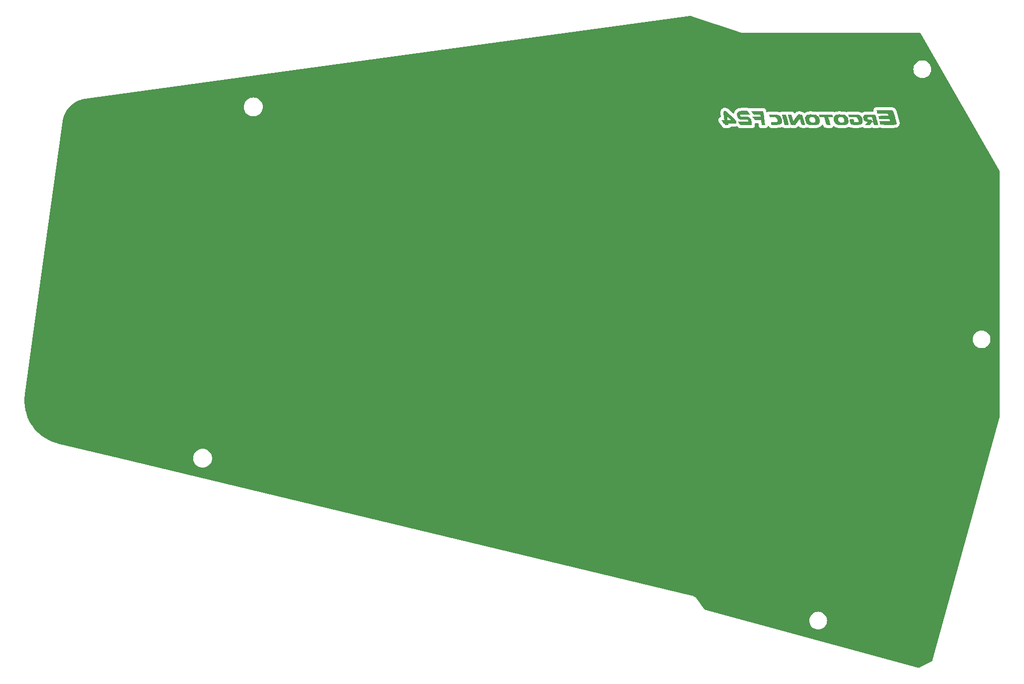
<source format=gbr>
%TF.GenerationSoftware,KiCad,Pcbnew,(6.0.5)*%
%TF.CreationDate,2022-07-11T15:02:58+09:00*%
%TF.ProjectId,ergotonic_f24_bottom,6572676f-746f-46e6-9963-5f6632345f62,rev?*%
%TF.SameCoordinates,Original*%
%TF.FileFunction,Copper,L2,Bot*%
%TF.FilePolarity,Positive*%
%FSLAX46Y46*%
G04 Gerber Fmt 4.6, Leading zero omitted, Abs format (unit mm)*
G04 Created by KiCad (PCBNEW (6.0.5)) date 2022-07-11 15:02:58*
%MOMM*%
%LPD*%
G01*
G04 APERTURE LIST*
G04 APERTURE END LIST*
%TO.C,G\u002A\u002A\u002A*%
G36*
X-43314488Y-18065392D02*
G01*
X-43109732Y-18067891D01*
X-42949592Y-18072066D01*
X-42843733Y-18077747D01*
X-42801823Y-18084764D01*
X-42798987Y-18093211D01*
X-42785981Y-18160620D01*
X-42765465Y-18285954D01*
X-42738933Y-18458561D01*
X-42707877Y-18667790D01*
X-42673793Y-18902989D01*
X-42638173Y-19153506D01*
X-42602512Y-19408690D01*
X-42568303Y-19657889D01*
X-42537041Y-19890451D01*
X-42510219Y-20095725D01*
X-42489331Y-20263059D01*
X-42475871Y-20381802D01*
X-42471333Y-20441301D01*
X-42472183Y-20446572D01*
X-42507834Y-20470016D01*
X-42601433Y-20483192D01*
X-42760608Y-20487315D01*
X-43049148Y-20487315D01*
X-43094890Y-20109996D01*
X-43108721Y-19999402D01*
X-43129201Y-19847398D01*
X-43146716Y-19730712D01*
X-43158541Y-19668257D01*
X-43168019Y-19647897D01*
X-43195642Y-19628397D01*
X-43251100Y-19615605D01*
X-43345837Y-19608158D01*
X-43491298Y-19604690D01*
X-43698928Y-19603837D01*
X-44221406Y-19603837D01*
X-44428210Y-19318547D01*
X-44635015Y-19033257D01*
X-43935624Y-19023244D01*
X-43236232Y-19013230D01*
X-43259078Y-18899005D01*
X-43275001Y-18804980D01*
X-43281923Y-18734163D01*
X-43283223Y-18727019D01*
X-43306196Y-18709138D01*
X-43365100Y-18696687D01*
X-43469351Y-18688829D01*
X-43628365Y-18684728D01*
X-43851557Y-18683547D01*
X-44421192Y-18683547D01*
X-44644125Y-18379851D01*
X-44867058Y-18076156D01*
X-43846853Y-18066358D01*
X-43819186Y-18066103D01*
X-43554195Y-18064739D01*
X-43314488Y-18065392D01*
G37*
G36*
X-47395618Y-19724601D02*
G01*
X-47342260Y-19854632D01*
X-47343152Y-19977392D01*
X-47407493Y-20095829D01*
X-47483788Y-20192822D01*
X-48766850Y-20192822D01*
X-48766850Y-20487315D01*
X-49319024Y-20487315D01*
X-49319588Y-20386083D01*
X-49328667Y-20294375D01*
X-49373021Y-20220044D01*
X-49464408Y-20187331D01*
X-49472503Y-20185780D01*
X-49542978Y-20145943D01*
X-49633453Y-20052176D01*
X-49750006Y-19898330D01*
X-49945436Y-19622243D01*
X-49687448Y-19611427D01*
X-49676954Y-19610965D01*
X-49551865Y-19601678D01*
X-49463162Y-19588297D01*
X-49429459Y-19573554D01*
X-49430051Y-19565949D01*
X-49438104Y-19499959D01*
X-49454116Y-19379730D01*
X-49476209Y-19219172D01*
X-49502506Y-19032196D01*
X-49507099Y-18999148D01*
X-48942597Y-18999148D01*
X-48938880Y-19056943D01*
X-48926827Y-19164159D01*
X-48908334Y-19303181D01*
X-48865816Y-19603837D01*
X-48269894Y-19601609D01*
X-48601198Y-19293473D01*
X-48610914Y-19284444D01*
X-48736957Y-19168702D01*
X-48841156Y-19075494D01*
X-48912924Y-19014133D01*
X-48941677Y-18993931D01*
X-48942597Y-18999148D01*
X-49507099Y-18999148D01*
X-49523281Y-18882723D01*
X-49553418Y-18642182D01*
X-49570071Y-18458998D01*
X-49573229Y-18323255D01*
X-49562884Y-18225036D01*
X-49539027Y-18154424D01*
X-49501648Y-18101503D01*
X-49412796Y-18042242D01*
X-49283017Y-18025390D01*
X-49149032Y-18068257D01*
X-49109280Y-18096633D01*
X-49016901Y-18173302D01*
X-48887654Y-18286863D01*
X-48729849Y-18429466D01*
X-48551797Y-18593262D01*
X-48361806Y-18770402D01*
X-48168187Y-18953034D01*
X-47979249Y-19133310D01*
X-47803301Y-19303379D01*
X-47648655Y-19455393D01*
X-47523619Y-19581501D01*
X-47504651Y-19601609D01*
X-47436504Y-19673854D01*
X-47395618Y-19724601D01*
G37*
G36*
X-22078374Y-17910538D02*
G01*
X-21734488Y-17911355D01*
X-21454379Y-17913986D01*
X-21230633Y-17919384D01*
X-21055834Y-17928507D01*
X-20922568Y-17942310D01*
X-20823418Y-17961749D01*
X-20750970Y-17987780D01*
X-20697808Y-18021357D01*
X-20656518Y-18063438D01*
X-20619684Y-18114978D01*
X-20598070Y-18163240D01*
X-20558816Y-18276034D01*
X-20507669Y-18438197D01*
X-20447915Y-18637843D01*
X-20382844Y-18863088D01*
X-20315741Y-19102046D01*
X-20249894Y-19342832D01*
X-20188591Y-19573559D01*
X-20135120Y-19782343D01*
X-20092766Y-19957297D01*
X-20064818Y-20086538D01*
X-20054564Y-20158178D01*
X-20055898Y-20188092D01*
X-20103752Y-20311873D01*
X-20219459Y-20408261D01*
X-20220263Y-20408686D01*
X-20278290Y-20420964D01*
X-20399755Y-20430383D01*
X-20586684Y-20436993D01*
X-20841105Y-20440840D01*
X-21165048Y-20441975D01*
X-21560539Y-20440446D01*
X-22827995Y-20432098D01*
X-22910597Y-20128402D01*
X-22993200Y-19824706D01*
X-22133067Y-19824706D01*
X-21843087Y-19823247D01*
X-21594709Y-19818576D01*
X-21410976Y-19810816D01*
X-21294864Y-19800096D01*
X-21249349Y-19786544D01*
X-21245338Y-19776725D01*
X-21240097Y-19704940D01*
X-21250303Y-19603133D01*
X-21274842Y-19457885D01*
X-23047286Y-19438185D01*
X-23114896Y-19198909D01*
X-23148639Y-19075851D01*
X-23173214Y-18979133D01*
X-23182649Y-18932025D01*
X-23167695Y-18926925D01*
X-23090345Y-18919680D01*
X-22956076Y-18913485D01*
X-22775023Y-18908662D01*
X-22557325Y-18905531D01*
X-22313118Y-18904416D01*
X-21443445Y-18904416D01*
X-21466889Y-18787194D01*
X-21479848Y-18725824D01*
X-21499660Y-18663295D01*
X-21531350Y-18616298D01*
X-21583739Y-18582615D01*
X-21665648Y-18560028D01*
X-21785898Y-18546321D01*
X-21953309Y-18539276D01*
X-22176701Y-18536675D01*
X-22464896Y-18536301D01*
X-23318488Y-18536301D01*
X-23397887Y-18246582D01*
X-23409286Y-18204747D01*
X-23443946Y-18074186D01*
X-23468171Y-17977690D01*
X-23477285Y-17933684D01*
X-23452853Y-17929163D01*
X-23362840Y-17924099D01*
X-23214534Y-17919612D01*
X-23016320Y-17915857D01*
X-22776586Y-17912985D01*
X-22503718Y-17911149D01*
X-22206103Y-17910503D01*
X-22078374Y-17910538D01*
G37*
G36*
X-24554781Y-18690163D02*
G01*
X-24309801Y-18694025D01*
X-24110806Y-18698242D01*
X-23965436Y-18703770D01*
X-23863382Y-18711833D01*
X-23794336Y-18723660D01*
X-23747991Y-18740476D01*
X-23714038Y-18763508D01*
X-23682170Y-18793982D01*
X-23654867Y-18828153D01*
X-23616420Y-18899675D01*
X-23573414Y-19008266D01*
X-23522838Y-19162589D01*
X-23461677Y-19371309D01*
X-23386920Y-19643089D01*
X-23365514Y-19722621D01*
X-23307224Y-19940678D01*
X-23256999Y-20130742D01*
X-23217646Y-20282049D01*
X-23191974Y-20383835D01*
X-23182792Y-20425336D01*
X-23197244Y-20432368D01*
X-23270370Y-20441713D01*
X-23391302Y-20448123D01*
X-23544317Y-20450503D01*
X-23905841Y-20450503D01*
X-24064402Y-19852315D01*
X-24103230Y-19707617D01*
X-24155622Y-19518047D01*
X-24201189Y-19359621D01*
X-24236055Y-19245715D01*
X-24256347Y-19189706D01*
X-24259498Y-19184035D01*
X-24290269Y-19154205D01*
X-24348880Y-19136394D01*
X-24450560Y-19127858D01*
X-24610537Y-19125850D01*
X-24660316Y-19126077D01*
X-24828891Y-19131285D01*
X-24937119Y-19146946D01*
X-24995626Y-19177864D01*
X-25015039Y-19228846D01*
X-25005986Y-19304700D01*
X-24986355Y-19367421D01*
X-24914933Y-19461185D01*
X-24794100Y-19513788D01*
X-24615218Y-19530214D01*
X-24487984Y-19538905D01*
X-24336811Y-19586371D01*
X-24244809Y-19673830D01*
X-24214225Y-19799769D01*
X-24219158Y-19844500D01*
X-24251937Y-19929386D01*
X-24322258Y-20037908D01*
X-24438022Y-20183619D01*
X-24661111Y-20450503D01*
X-25472693Y-20450503D01*
X-25248608Y-20197747D01*
X-25024522Y-19944991D01*
X-25195457Y-19921561D01*
X-25256278Y-19910729D01*
X-25439720Y-19836882D01*
X-25580759Y-19704601D01*
X-25683261Y-19510628D01*
X-25729144Y-19361276D01*
X-25758048Y-19158805D01*
X-25743008Y-18985000D01*
X-25684006Y-18855049D01*
X-25656784Y-18823453D01*
X-25599196Y-18775571D01*
X-25523807Y-18739562D01*
X-25421331Y-18714071D01*
X-25282477Y-18697742D01*
X-25097960Y-18689219D01*
X-24858491Y-18687144D01*
X-24554781Y-18690163D01*
G37*
G36*
X-41050353Y-18689906D02*
G01*
X-40928132Y-18692407D01*
X-40655315Y-18701776D01*
X-40440819Y-18717417D01*
X-40273609Y-18742062D01*
X-40142651Y-18778442D01*
X-40036910Y-18829289D01*
X-39945351Y-18897335D01*
X-39856940Y-18985310D01*
X-39837315Y-19008330D01*
X-39745173Y-19161632D01*
X-39669989Y-19359527D01*
X-39619331Y-19578140D01*
X-39600763Y-19793600D01*
X-39600838Y-19808169D01*
X-39625943Y-20025619D01*
X-39699493Y-20191167D01*
X-39826482Y-20312130D01*
X-40011906Y-20395825D01*
X-40072741Y-20410141D01*
X-40236171Y-20430119D01*
X-40467074Y-20442839D01*
X-40761716Y-20448041D01*
X-41352090Y-20450503D01*
X-41411269Y-20229634D01*
X-41470448Y-20008764D01*
X-41038055Y-20008764D01*
X-40827408Y-20005739D01*
X-40624583Y-19990949D01*
X-40482056Y-19959589D01*
X-40392683Y-19907010D01*
X-40349317Y-19828563D01*
X-40344813Y-19719601D01*
X-40372026Y-19575473D01*
X-40394853Y-19491953D01*
X-40448358Y-19356118D01*
X-40521137Y-19257787D01*
X-40623950Y-19191251D01*
X-40767558Y-19150796D01*
X-40962722Y-19130712D01*
X-41220202Y-19125286D01*
X-41326262Y-19125350D01*
X-41488981Y-19122983D01*
X-41597804Y-19110924D01*
X-41665852Y-19081530D01*
X-41706248Y-19027159D01*
X-41732114Y-18940169D01*
X-41756571Y-18812919D01*
X-41782116Y-18676750D01*
X-41050353Y-18689906D01*
G37*
G36*
X-36412806Y-18672638D02*
G01*
X-36251264Y-18730979D01*
X-36134761Y-18816510D01*
X-36131561Y-18820755D01*
X-36101326Y-18886583D01*
X-36057609Y-19009885D01*
X-36004257Y-19178583D01*
X-35945118Y-19380593D01*
X-35884038Y-19603837D01*
X-35874108Y-19641384D01*
X-35815855Y-19861303D01*
X-35763644Y-20057836D01*
X-35720660Y-20219034D01*
X-35690088Y-20332945D01*
X-35675116Y-20387620D01*
X-35671051Y-20406621D01*
X-35680005Y-20431267D01*
X-35721982Y-20443769D01*
X-35810474Y-20446751D01*
X-35958974Y-20442837D01*
X-36261962Y-20432098D01*
X-36326587Y-20192822D01*
X-36329883Y-20180615D01*
X-36373346Y-20019187D01*
X-36424431Y-19828859D01*
X-36472766Y-19648270D01*
X-36489082Y-19589767D01*
X-36529106Y-19465697D01*
X-36564155Y-19381991D01*
X-36588107Y-19354256D01*
X-36605223Y-19371512D01*
X-36657656Y-19442318D01*
X-36736385Y-19557777D01*
X-36834189Y-19707214D01*
X-36943842Y-19879954D01*
X-36994539Y-19959966D01*
X-37115045Y-20141819D01*
X-37220313Y-20288966D01*
X-37303194Y-20391699D01*
X-37356538Y-20440310D01*
X-37433145Y-20468896D01*
X-37589489Y-20489498D01*
X-37759192Y-20477816D01*
X-37920938Y-20437960D01*
X-38053415Y-20374038D01*
X-38135308Y-20290161D01*
X-38149330Y-20252815D01*
X-38180601Y-20153033D01*
X-38223869Y-20006292D01*
X-38275536Y-19825669D01*
X-38332000Y-19624242D01*
X-38389663Y-19415089D01*
X-38444924Y-19211289D01*
X-38494184Y-19025917D01*
X-38533842Y-18872052D01*
X-38560299Y-18762773D01*
X-38569955Y-18711156D01*
X-38567168Y-18707347D01*
X-38515901Y-18695221D01*
X-38413349Y-18686740D01*
X-38276965Y-18683547D01*
X-37983891Y-18683547D01*
X-37942696Y-18839996D01*
X-37927417Y-18897523D01*
X-37890332Y-19035217D01*
X-37845766Y-19199111D01*
X-37799055Y-19369751D01*
X-37755530Y-19527679D01*
X-37720525Y-19653441D01*
X-37699375Y-19727579D01*
X-37696755Y-19736013D01*
X-37683782Y-19762706D01*
X-37664642Y-19766847D01*
X-37633960Y-19741728D01*
X-37586362Y-19680638D01*
X-37516472Y-19576869D01*
X-37418916Y-19423712D01*
X-37288321Y-19214458D01*
X-37173074Y-19034246D01*
X-37052217Y-18860157D01*
X-36958318Y-18744059D01*
X-36894338Y-18689893D01*
X-36771462Y-18654117D01*
X-36594501Y-18645635D01*
X-36412806Y-18672638D01*
G37*
G36*
X-30943302Y-18904416D02*
G01*
X-30884123Y-19125286D01*
X-31680618Y-19125286D01*
X-31552074Y-19613040D01*
X-31545690Y-19637242D01*
X-31493295Y-19834422D01*
X-31443371Y-20020016D01*
X-31401295Y-20174142D01*
X-31372449Y-20276918D01*
X-31321369Y-20453043D01*
X-31693042Y-20442571D01*
X-32064715Y-20432098D01*
X-32237417Y-19787895D01*
X-32410118Y-19143692D01*
X-32813727Y-19133354D01*
X-33217336Y-19123015D01*
X-33276211Y-18903281D01*
X-33335085Y-18683547D01*
X-31002481Y-18683547D01*
X-30943302Y-18904416D01*
G37*
G36*
X-28271297Y-19972870D02*
G01*
X-28314303Y-20141316D01*
X-28402169Y-20266058D01*
X-28544353Y-20359134D01*
X-28750310Y-20432582D01*
X-28824726Y-20447516D01*
X-28985415Y-20463744D01*
X-29187523Y-20472641D01*
X-29411937Y-20474442D01*
X-29639544Y-20469382D01*
X-29851230Y-20457696D01*
X-30027884Y-20439618D01*
X-30150393Y-20415383D01*
X-30206079Y-20395730D01*
X-30396924Y-20281050D01*
X-30552100Y-20108199D01*
X-30667787Y-19884050D01*
X-30740163Y-19615474D01*
X-30765406Y-19309344D01*
X-30765157Y-19300044D01*
X-30016623Y-19300044D01*
X-30015391Y-19450293D01*
X-29995554Y-19560217D01*
X-29929838Y-19757675D01*
X-29835857Y-19905093D01*
X-29719553Y-19991602D01*
X-29612971Y-20022164D01*
X-29450070Y-20040749D01*
X-29286756Y-20036546D01*
X-29157880Y-20008507D01*
X-29114721Y-19985768D01*
X-29036677Y-19891411D01*
X-29009529Y-19751157D01*
X-29033695Y-19570686D01*
X-29109596Y-19355679D01*
X-29175814Y-19244781D01*
X-29294510Y-19148141D01*
X-29458284Y-19099960D01*
X-29675127Y-19096578D01*
X-29697268Y-19098363D01*
X-29863749Y-19130512D01*
X-29968138Y-19195594D01*
X-30016623Y-19300044D01*
X-30765157Y-19300044D01*
X-30763608Y-19242241D01*
X-30732518Y-19059111D01*
X-30659258Y-18913147D01*
X-30539190Y-18801962D01*
X-30367679Y-18723174D01*
X-30140089Y-18674396D01*
X-29851785Y-18653243D01*
X-29498131Y-18657330D01*
X-29494384Y-18657485D01*
X-29236745Y-18671562D01*
X-29038830Y-18692247D01*
X-28886964Y-18723381D01*
X-28767472Y-18768808D01*
X-28666681Y-18832370D01*
X-28570914Y-18917912D01*
X-28461927Y-19056668D01*
X-28355332Y-19277576D01*
X-28286936Y-19535211D01*
X-28268100Y-19751157D01*
X-28262792Y-19812006D01*
X-28271297Y-19972870D01*
G37*
G36*
X-39262976Y-18691469D02*
G01*
X-38889705Y-18701953D01*
X-38678815Y-19483523D01*
X-38654620Y-19573234D01*
X-38593182Y-19801420D01*
X-38538303Y-20005781D01*
X-38493147Y-20174505D01*
X-38460877Y-20295782D01*
X-38444657Y-20357799D01*
X-38421390Y-20450503D01*
X-38790207Y-20450503D01*
X-38897796Y-20449810D01*
X-39032543Y-20446567D01*
X-39124809Y-20441278D01*
X-39159024Y-20434614D01*
X-39162822Y-20417325D01*
X-39182649Y-20339532D01*
X-39216557Y-20210443D01*
X-39261298Y-20042106D01*
X-39313622Y-19846569D01*
X-39370279Y-19635881D01*
X-39428020Y-19422090D01*
X-39483595Y-19217245D01*
X-39533754Y-19033393D01*
X-39575249Y-18882583D01*
X-39604829Y-18776863D01*
X-39619245Y-18728281D01*
X-39620443Y-18723676D01*
X-39605946Y-18703615D01*
X-39548250Y-18692254D01*
X-39437284Y-18688553D01*
X-39262976Y-18691469D01*
G37*
G36*
X-27419987Y-18689886D02*
G01*
X-27223320Y-18692799D01*
X-26988606Y-18697365D01*
X-26809577Y-18703113D01*
X-26675552Y-18710992D01*
X-26575852Y-18721953D01*
X-26499795Y-18736949D01*
X-26436701Y-18756930D01*
X-26375889Y-18782846D01*
X-26323233Y-18809895D01*
X-26192869Y-18895028D01*
X-26089404Y-18985310D01*
X-26069778Y-19008330D01*
X-25977637Y-19161632D01*
X-25902453Y-19359527D01*
X-25851795Y-19578140D01*
X-25833227Y-19793600D01*
X-25833302Y-19808169D01*
X-25858407Y-20025619D01*
X-25931957Y-20191167D01*
X-26058946Y-20312130D01*
X-26244370Y-20395825D01*
X-26308266Y-20410682D01*
X-26475292Y-20430472D01*
X-26713682Y-20442952D01*
X-27022229Y-20448041D01*
X-27190423Y-20447936D01*
X-27416473Y-20443180D01*
X-27585520Y-20430796D01*
X-27707860Y-20408584D01*
X-27793789Y-20374345D01*
X-27853604Y-20325877D01*
X-27897601Y-20260981D01*
X-27898130Y-20259970D01*
X-27921408Y-20199316D01*
X-27956836Y-20090160D01*
X-27998681Y-19952281D01*
X-28041208Y-19805460D01*
X-28078684Y-19669479D01*
X-28105375Y-19564115D01*
X-28115546Y-19509151D01*
X-28100210Y-19504645D01*
X-28025924Y-19498848D01*
X-27903997Y-19494876D01*
X-27750070Y-19493402D01*
X-27384594Y-19493402D01*
X-27338354Y-19700025D01*
X-27324588Y-19758370D01*
X-27281045Y-19888980D01*
X-27221677Y-19964888D01*
X-27130758Y-20000136D01*
X-26992559Y-20008764D01*
X-26901175Y-20006386D01*
X-26738015Y-19981993D01*
X-26634822Y-19929093D01*
X-26585065Y-19845064D01*
X-26580988Y-19824714D01*
X-26583022Y-19689998D01*
X-26618453Y-19531047D01*
X-26678714Y-19377377D01*
X-26755244Y-19258506D01*
X-26857748Y-19143692D01*
X-27515628Y-19132252D01*
X-28173507Y-19120813D01*
X-28231215Y-18899317D01*
X-28288922Y-18677820D01*
X-27419987Y-18689886D01*
G37*
G36*
X-45472213Y-18058173D02*
G01*
X-45242980Y-18370860D01*
X-45013748Y-18683547D01*
X-45815401Y-18683547D01*
X-45887566Y-18683617D01*
X-46165746Y-18685695D01*
X-46376877Y-18690866D01*
X-46526283Y-18699409D01*
X-46619291Y-18711601D01*
X-46661227Y-18727721D01*
X-46695097Y-18783368D01*
X-46697615Y-18885040D01*
X-46644478Y-18984344D01*
X-46639192Y-18989945D01*
X-46607610Y-19013578D01*
X-46559430Y-19030384D01*
X-46483250Y-19041521D01*
X-46367665Y-19048143D01*
X-46201272Y-19051408D01*
X-45972667Y-19052471D01*
X-45798071Y-19053259D01*
X-45605043Y-19056781D01*
X-45462995Y-19064216D01*
X-45358680Y-19076772D01*
X-45278850Y-19095659D01*
X-45210258Y-19122088D01*
X-45063682Y-19219123D01*
X-44934313Y-19358589D01*
X-44849767Y-19511067D01*
X-44849402Y-19512115D01*
X-44832717Y-19582653D01*
X-44810421Y-19705646D01*
X-44785471Y-19861008D01*
X-44760822Y-20028658D01*
X-44739431Y-20188510D01*
X-44724255Y-20320482D01*
X-44718249Y-20404489D01*
X-44717575Y-20487315D01*
X-46690259Y-20487315D01*
X-46917793Y-20174416D01*
X-47145327Y-19861518D01*
X-45345213Y-19861518D01*
X-45367247Y-19741880D01*
X-45367790Y-19738947D01*
X-45385721Y-19665542D01*
X-45415068Y-19611665D01*
X-45466197Y-19574293D01*
X-45549473Y-19550405D01*
X-45675262Y-19536975D01*
X-45853930Y-19530983D01*
X-46095843Y-19529405D01*
X-46231006Y-19528873D01*
X-46430519Y-19525655D01*
X-46577164Y-19518473D01*
X-46684375Y-19506077D01*
X-46765589Y-19487216D01*
X-46834242Y-19460638D01*
X-47013403Y-19346617D01*
X-47152133Y-19178637D01*
X-47235652Y-18962655D01*
X-47264488Y-18697732D01*
X-47256508Y-18547894D01*
X-47209422Y-18374023D01*
X-47114100Y-18242509D01*
X-46963643Y-18140576D01*
X-46916674Y-18117970D01*
X-46853870Y-18094261D01*
X-46781143Y-18077731D01*
X-46685755Y-18067109D01*
X-46554965Y-18061120D01*
X-46376034Y-18058495D01*
X-46136224Y-18057961D01*
X-45472213Y-18058173D01*
G37*
G36*
X-33167239Y-19972870D02*
G01*
X-33210245Y-20141316D01*
X-33298111Y-20266058D01*
X-33440295Y-20359134D01*
X-33646252Y-20432582D01*
X-33720668Y-20447516D01*
X-33881357Y-20463744D01*
X-34083465Y-20472641D01*
X-34307879Y-20474442D01*
X-34535486Y-20469382D01*
X-34747172Y-20457696D01*
X-34923826Y-20439618D01*
X-35046335Y-20415383D01*
X-35102021Y-20395730D01*
X-35292866Y-20281050D01*
X-35448042Y-20108199D01*
X-35563729Y-19884050D01*
X-35636105Y-19615474D01*
X-35661348Y-19309344D01*
X-35661099Y-19300044D01*
X-34912565Y-19300044D01*
X-34911333Y-19450293D01*
X-34891496Y-19560217D01*
X-34825780Y-19757675D01*
X-34731800Y-19905093D01*
X-34615495Y-19991602D01*
X-34508913Y-20022164D01*
X-34346012Y-20040749D01*
X-34182698Y-20036546D01*
X-34053822Y-20008507D01*
X-34010663Y-19985768D01*
X-33932619Y-19891411D01*
X-33905471Y-19751157D01*
X-33929637Y-19570686D01*
X-34005538Y-19355679D01*
X-34071756Y-19244781D01*
X-34190452Y-19148141D01*
X-34354226Y-19099960D01*
X-34571069Y-19096578D01*
X-34593210Y-19098363D01*
X-34759691Y-19130512D01*
X-34864080Y-19195594D01*
X-34912565Y-19300044D01*
X-35661099Y-19300044D01*
X-35659550Y-19242241D01*
X-35628460Y-19059111D01*
X-35555200Y-18913147D01*
X-35435132Y-18801962D01*
X-35263621Y-18723174D01*
X-35036031Y-18674396D01*
X-34747727Y-18653243D01*
X-34394073Y-18657330D01*
X-34390326Y-18657485D01*
X-34132687Y-18671562D01*
X-33934772Y-18692247D01*
X-33782906Y-18723381D01*
X-33663414Y-18768808D01*
X-33562623Y-18832370D01*
X-33466856Y-18917912D01*
X-33357869Y-19056668D01*
X-33251274Y-19277576D01*
X-33182878Y-19535211D01*
X-33164042Y-19751157D01*
X-33158734Y-19812006D01*
X-33167239Y-19972870D01*
G37*
%TD*%
%TA.AperFunction,NonConductor*%
G36*
X-55132031Y-1869625D02*
G01*
X-55110420Y-1871214D01*
X-55095388Y-1872320D01*
X-55082772Y-1873891D01*
X-55046555Y-1880271D01*
X-55034139Y-1883112D01*
X-54983083Y-1897545D01*
X-54976989Y-1899435D01*
X-46994340Y-4599416D01*
X-46988210Y-4601668D01*
X-46987387Y-4601995D01*
X-46983013Y-4604136D01*
X-46952812Y-4613503D01*
X-46949839Y-4614468D01*
X-46927123Y-4622152D01*
X-46927108Y-4622156D01*
X-46922874Y-4623588D01*
X-46920987Y-4623939D01*
X-46908275Y-4628143D01*
X-46899989Y-4631489D01*
X-46886874Y-4634551D01*
X-46883493Y-4635340D01*
X-46874807Y-4637698D01*
X-46865865Y-4640472D01*
X-46865852Y-4640475D01*
X-46861574Y-4641802D01*
X-46847688Y-4644021D01*
X-46838963Y-4645735D01*
X-46792167Y-4656661D01*
X-46784560Y-4658690D01*
X-46765557Y-4664404D01*
X-46760734Y-4665072D01*
X-46760724Y-4665074D01*
X-46755164Y-4665844D01*
X-46743808Y-4667951D01*
X-46740970Y-4668613D01*
X-46740965Y-4668614D01*
X-46736600Y-4669633D01*
X-46732140Y-4670023D01*
X-46732137Y-4670023D01*
X-46720823Y-4671011D01*
X-46715974Y-4671434D01*
X-46709660Y-4672146D01*
X-46655915Y-4679590D01*
X-46648130Y-4680919D01*
X-46628714Y-4684862D01*
X-46623850Y-4685085D01*
X-46623846Y-4685086D01*
X-46620010Y-4685262D01*
X-46618239Y-4685343D01*
X-46606733Y-4686402D01*
X-46605538Y-4686567D01*
X-46603830Y-4686804D01*
X-46603826Y-4686804D01*
X-46599402Y-4687417D01*
X-46594937Y-4687396D01*
X-46594929Y-4687397D01*
X-46578670Y-4687322D01*
X-46572311Y-4687454D01*
X-46532298Y-4689292D01*
X-46518705Y-4690658D01*
X-46518588Y-4690676D01*
X-46518574Y-4690677D01*
X-46513758Y-4691427D01*
X-46488707Y-4691427D01*
X-46482924Y-4691560D01*
X-46461005Y-4692567D01*
X-46455251Y-4692011D01*
X-46443132Y-4691427D01*
X-16287536Y-4691427D01*
X-16283327Y-4691497D01*
X-16281441Y-4691560D01*
X-16253352Y-4692499D01*
X-16242897Y-4693285D01*
X-16201586Y-4698126D01*
X-16189255Y-4700196D01*
X-16154237Y-4707877D01*
X-16142272Y-4711126D01*
X-16108330Y-4722163D01*
X-16096807Y-4726545D01*
X-16064147Y-4740831D01*
X-16053153Y-4746294D01*
X-16022081Y-4763671D01*
X-16011663Y-4770184D01*
X-15982409Y-4790520D01*
X-15972662Y-4798026D01*
X-15945495Y-4821153D01*
X-15936490Y-4829616D01*
X-15911645Y-4855377D01*
X-15903447Y-4864766D01*
X-15881078Y-4893100D01*
X-15873802Y-4903327D01*
X-15853661Y-4934854D01*
X-15845407Y-4947775D01*
X-15842148Y-4953170D01*
X-2575650Y-28207337D01*
X-2574642Y-28209137D01*
X-2571376Y-28215086D01*
X-2567678Y-28222374D01*
X-2548271Y-28263898D01*
X-2543638Y-28275211D01*
X-2531833Y-28308580D01*
X-2528327Y-28320263D01*
X-2519824Y-28354552D01*
X-2517461Y-28366545D01*
X-2512316Y-28401528D01*
X-2511125Y-28413722D01*
X-2508636Y-28464735D01*
X-2508486Y-28470875D01*
X-2508486Y-70096775D01*
X-2508597Y-70102058D01*
X-2510383Y-70144617D01*
X-2511335Y-70155668D01*
X-2515859Y-70190272D01*
X-2517894Y-70201708D01*
X-2528546Y-70248851D01*
X-2529955Y-70254480D01*
X-4042844Y-75757085D01*
X-13924543Y-111698297D01*
X-13926483Y-111704684D01*
X-13944035Y-111757421D01*
X-13948890Y-111769791D01*
X-13964714Y-111804587D01*
X-13970804Y-111816306D01*
X-13990091Y-111849098D01*
X-13997336Y-111860064D01*
X-14019894Y-111890614D01*
X-14028230Y-111900752D01*
X-14053843Y-111928789D01*
X-14063199Y-111938015D01*
X-14089951Y-111961774D01*
X-14091645Y-111963278D01*
X-14101952Y-111971507D01*
X-14133038Y-111993762D01*
X-14144213Y-112000903D01*
X-14192646Y-112028363D01*
X-14198490Y-112031475D01*
X-16086465Y-112973636D01*
X-16091647Y-112976076D01*
X-16121539Y-112989320D01*
X-16135638Y-112995567D01*
X-16146360Y-112999743D01*
X-16177786Y-113010357D01*
X-16188789Y-113013524D01*
X-16220939Y-113021215D01*
X-16232148Y-113023365D01*
X-16264819Y-113028107D01*
X-16276151Y-113029231D01*
X-16309124Y-113031001D01*
X-16320529Y-113031096D01*
X-16353572Y-113029874D01*
X-16364955Y-113028933D01*
X-16397915Y-113024694D01*
X-16409212Y-113022712D01*
X-16456163Y-113012249D01*
X-16461748Y-113010869D01*
X-45993330Y-104992094D01*
X-34933489Y-104992094D01*
X-34914859Y-105228805D01*
X-34913705Y-105233612D01*
X-34913704Y-105233618D01*
X-34883723Y-105358495D01*
X-34859429Y-105459688D01*
X-34768564Y-105679057D01*
X-34765978Y-105683277D01*
X-34647083Y-105877296D01*
X-34647079Y-105877302D01*
X-34644500Y-105881510D01*
X-34490293Y-106062063D01*
X-34309740Y-106216270D01*
X-34305532Y-106218849D01*
X-34305526Y-106218853D01*
X-34111507Y-106337748D01*
X-34107287Y-106340334D01*
X-34102717Y-106342227D01*
X-34102713Y-106342229D01*
X-33892491Y-106429305D01*
X-33887918Y-106431199D01*
X-33807715Y-106450454D01*
X-33661848Y-106485474D01*
X-33661842Y-106485475D01*
X-33657035Y-106486629D01*
X-33420324Y-106505259D01*
X-33183613Y-106486629D01*
X-33178806Y-106485475D01*
X-33178800Y-106485474D01*
X-33032933Y-106450454D01*
X-32952730Y-106431199D01*
X-32948157Y-106429305D01*
X-32737935Y-106342229D01*
X-32737931Y-106342227D01*
X-32733361Y-106340334D01*
X-32729141Y-106337748D01*
X-32535122Y-106218853D01*
X-32535116Y-106218849D01*
X-32530908Y-106216270D01*
X-32350355Y-106062063D01*
X-32196148Y-105881510D01*
X-32193569Y-105877302D01*
X-32193565Y-105877296D01*
X-32074670Y-105683277D01*
X-32072084Y-105679057D01*
X-31981219Y-105459688D01*
X-31956925Y-105358495D01*
X-31926944Y-105233618D01*
X-31926943Y-105233612D01*
X-31925789Y-105228805D01*
X-31907159Y-104992094D01*
X-31925789Y-104755383D01*
X-31933743Y-104722249D01*
X-31980064Y-104529312D01*
X-31981219Y-104524500D01*
X-32072084Y-104305131D01*
X-32153406Y-104172426D01*
X-32193565Y-104106892D01*
X-32193569Y-104106886D01*
X-32196148Y-104102678D01*
X-32350355Y-103922125D01*
X-32530908Y-103767918D01*
X-32535116Y-103765339D01*
X-32535122Y-103765335D01*
X-32729141Y-103646440D01*
X-32733361Y-103643854D01*
X-32737931Y-103641961D01*
X-32737935Y-103641959D01*
X-32948157Y-103554883D01*
X-32948159Y-103554882D01*
X-32952730Y-103552989D01*
X-33032933Y-103533734D01*
X-33178800Y-103498714D01*
X-33178806Y-103498713D01*
X-33183613Y-103497559D01*
X-33420324Y-103478929D01*
X-33657035Y-103497559D01*
X-33661842Y-103498713D01*
X-33661848Y-103498714D01*
X-33807715Y-103533734D01*
X-33887918Y-103552989D01*
X-33892489Y-103554882D01*
X-33892491Y-103554883D01*
X-34102713Y-103641959D01*
X-34102717Y-103641961D01*
X-34107287Y-103643854D01*
X-34111507Y-103646440D01*
X-34305526Y-103765335D01*
X-34305532Y-103765339D01*
X-34309740Y-103767918D01*
X-34490293Y-103922125D01*
X-34644500Y-104102678D01*
X-34647079Y-104106886D01*
X-34647083Y-104106892D01*
X-34687242Y-104172426D01*
X-34768564Y-104305131D01*
X-34859429Y-104524500D01*
X-34860584Y-104529312D01*
X-34906904Y-104722249D01*
X-34914859Y-104755383D01*
X-34933016Y-104986089D01*
X-34933489Y-104992094D01*
X-45993330Y-104992094D01*
X-52578410Y-103204033D01*
X-52580930Y-103203320D01*
X-52587667Y-103201335D01*
X-52592770Y-103199832D01*
X-52601640Y-103196857D01*
X-52647311Y-103179626D01*
X-52659516Y-103174267D01*
X-52693825Y-103156985D01*
X-52705359Y-103150391D01*
X-52737590Y-103129636D01*
X-52748352Y-103121875D01*
X-52778245Y-103097827D01*
X-52788143Y-103088965D01*
X-52815422Y-103061814D01*
X-52824356Y-103051925D01*
X-52859546Y-103008558D01*
X-52863606Y-103003272D01*
X-54084698Y-101323288D01*
X-54088033Y-101318425D01*
X-54090182Y-101314457D01*
X-54109916Y-101288542D01*
X-54111538Y-101286362D01*
X-54128886Y-101262494D01*
X-54128869Y-101262481D01*
X-54135052Y-101254120D01*
X-54137266Y-101250697D01*
X-54139910Y-101246608D01*
X-54149869Y-101235445D01*
X-54156093Y-101227898D01*
X-54160564Y-101222027D01*
X-54163285Y-101218453D01*
X-54174755Y-101207158D01*
X-54180348Y-101201281D01*
X-54230062Y-101145557D01*
X-54233630Y-101141376D01*
X-54250117Y-101121171D01*
X-54253738Y-101117918D01*
X-54254273Y-101117357D01*
X-54258004Y-101113613D01*
X-54258071Y-101113682D01*
X-54261282Y-101110561D01*
X-54264269Y-101107213D01*
X-54276527Y-101096886D01*
X-54285021Y-101089729D01*
X-54288015Y-101087125D01*
X-54350333Y-101031142D01*
X-54354383Y-101027338D01*
X-54369395Y-101012595D01*
X-54372867Y-101009185D01*
X-54376824Y-101006349D01*
X-54377196Y-101006036D01*
X-54381713Y-101002406D01*
X-54381767Y-101002475D01*
X-54385308Y-100999722D01*
X-54388641Y-100996728D01*
X-54411102Y-100981700D01*
X-54414413Y-100979406D01*
X-54482093Y-100930895D01*
X-54486582Y-100927524D01*
X-54492767Y-100922660D01*
X-54506905Y-100911540D01*
X-54511147Y-100909156D01*
X-54511422Y-100908972D01*
X-54516503Y-100905736D01*
X-54516547Y-100905808D01*
X-54520367Y-100903462D01*
X-54524009Y-100900852D01*
X-54547899Y-100888425D01*
X-54551484Y-100886486D01*
X-54624180Y-100845631D01*
X-54628984Y-100842789D01*
X-54646885Y-100831658D01*
X-54646889Y-100831656D01*
X-54651025Y-100829084D01*
X-54655508Y-100827179D01*
X-54656043Y-100826901D01*
X-54661068Y-100824431D01*
X-54661107Y-100824513D01*
X-54665158Y-100822601D01*
X-54669068Y-100820404D01*
X-54673248Y-100818784D01*
X-54673254Y-100818781D01*
X-54694282Y-100810631D01*
X-54697992Y-100809125D01*
X-54775367Y-100776243D01*
X-54780367Y-100773987D01*
X-54799578Y-100764812D01*
X-54799593Y-100764806D01*
X-54803974Y-100762714D01*
X-54808632Y-100761318D01*
X-54809615Y-100760939D01*
X-54814188Y-100759287D01*
X-54814222Y-100759386D01*
X-54818450Y-100757934D01*
X-54822581Y-100756179D01*
X-54848904Y-100749187D01*
X-54852719Y-100748109D01*
X-54917763Y-100728622D01*
X-54929503Y-100724462D01*
X-54936978Y-100721389D01*
X-54958394Y-100716248D01*
X-54965143Y-100714428D01*
X-54978943Y-100710293D01*
X-54978947Y-100710292D01*
X-54983243Y-100709005D01*
X-54991999Y-100707692D01*
X-55002721Y-100705605D01*
X-152524440Y-77292745D01*
X-139943990Y-77292745D01*
X-139924125Y-77545148D01*
X-139922971Y-77549955D01*
X-139922970Y-77549961D01*
X-139885337Y-77706713D01*
X-139865021Y-77791336D01*
X-139863128Y-77795907D01*
X-139863127Y-77795909D01*
X-139834885Y-77864090D01*
X-139768132Y-78025247D01*
X-139635844Y-78241121D01*
X-139471414Y-78433643D01*
X-139278892Y-78598073D01*
X-139063018Y-78730361D01*
X-139058448Y-78732254D01*
X-139058444Y-78732256D01*
X-138833680Y-78825356D01*
X-138829107Y-78827250D01*
X-138744484Y-78847566D01*
X-138587732Y-78885199D01*
X-138587726Y-78885200D01*
X-138582919Y-78886354D01*
X-138330516Y-78906219D01*
X-138078113Y-78886354D01*
X-138073306Y-78885200D01*
X-138073300Y-78885199D01*
X-137916548Y-78847566D01*
X-137831925Y-78827250D01*
X-137827352Y-78825356D01*
X-137602588Y-78732256D01*
X-137602584Y-78732254D01*
X-137598014Y-78730361D01*
X-137382140Y-78598073D01*
X-137189618Y-78433643D01*
X-137025188Y-78241121D01*
X-136892900Y-78025247D01*
X-136826146Y-77864090D01*
X-136797905Y-77795909D01*
X-136797904Y-77795907D01*
X-136796011Y-77791336D01*
X-136775695Y-77706713D01*
X-136738062Y-77549961D01*
X-136738061Y-77549955D01*
X-136736907Y-77545148D01*
X-136717042Y-77292745D01*
X-136736907Y-77040342D01*
X-136747313Y-76996995D01*
X-136794856Y-76798966D01*
X-136796011Y-76794154D01*
X-136801670Y-76780491D01*
X-136891005Y-76564817D01*
X-136891007Y-76564813D01*
X-136892900Y-76560243D01*
X-137025188Y-76344369D01*
X-137189618Y-76151847D01*
X-137382140Y-75987417D01*
X-137598014Y-75855129D01*
X-137602584Y-75853236D01*
X-137602588Y-75853234D01*
X-137827352Y-75760134D01*
X-137827354Y-75760133D01*
X-137831925Y-75758240D01*
X-137916548Y-75737924D01*
X-138073300Y-75700291D01*
X-138073306Y-75700290D01*
X-138078113Y-75699136D01*
X-138330516Y-75679271D01*
X-138582919Y-75699136D01*
X-138587726Y-75700290D01*
X-138587732Y-75700291D01*
X-138744484Y-75737924D01*
X-138829107Y-75758240D01*
X-138833678Y-75760133D01*
X-138833680Y-75760134D01*
X-139058444Y-75853234D01*
X-139058448Y-75853236D01*
X-139063018Y-75855129D01*
X-139278892Y-75987417D01*
X-139471414Y-76151847D01*
X-139635844Y-76344369D01*
X-139768132Y-76560243D01*
X-139770025Y-76564813D01*
X-139770027Y-76564817D01*
X-139859362Y-76780491D01*
X-139865021Y-76794154D01*
X-139866176Y-76798966D01*
X-139913718Y-76996995D01*
X-139924125Y-77040342D01*
X-139943990Y-77292745D01*
X-152524440Y-77292745D01*
X-162946651Y-74790597D01*
X-162949540Y-74789867D01*
X-163298611Y-74697279D01*
X-163304335Y-74695615D01*
X-163366926Y-74675801D01*
X-163638221Y-74589919D01*
X-163643809Y-74588003D01*
X-163875992Y-74502255D01*
X-163969497Y-74467722D01*
X-163975005Y-74465539D01*
X-164170111Y-74382866D01*
X-164292218Y-74331124D01*
X-164297572Y-74328706D01*
X-164606093Y-74180573D01*
X-164611289Y-74177928D01*
X-164910845Y-74016509D01*
X-164915920Y-74013620D01*
X-165206156Y-73839393D01*
X-165211043Y-73836304D01*
X-165491766Y-73649644D01*
X-165496509Y-73646330D01*
X-165767365Y-73447714D01*
X-165771929Y-73444204D01*
X-166032636Y-73234060D01*
X-166037017Y-73230362D01*
X-166287313Y-73009091D01*
X-166291504Y-73005213D01*
X-166531037Y-72773296D01*
X-166535034Y-72769247D01*
X-166763488Y-72527139D01*
X-166767288Y-72522925D01*
X-166984389Y-72271034D01*
X-166987989Y-72266662D01*
X-167193403Y-72005459D01*
X-167196798Y-72000937D01*
X-167390196Y-71730906D01*
X-167393384Y-71726237D01*
X-167574492Y-71447774D01*
X-167577469Y-71442965D01*
X-167745976Y-71156522D01*
X-167748736Y-71151578D01*
X-167904281Y-70857709D01*
X-167906822Y-70852635D01*
X-168006581Y-70641705D01*
X-168049153Y-70551690D01*
X-168051464Y-70546504D01*
X-168071495Y-70498673D01*
X-168174935Y-70251683D01*
X-168180256Y-70238978D01*
X-168182342Y-70233663D01*
X-168297294Y-69920008D01*
X-168299144Y-69914581D01*
X-168399956Y-69595240D01*
X-168401563Y-69589711D01*
X-168487933Y-69265147D01*
X-168489293Y-69259524D01*
X-168514222Y-69144904D01*
X-168560944Y-68930087D01*
X-168562043Y-68924402D01*
X-168618650Y-68590639D01*
X-168619493Y-68584855D01*
X-168660763Y-68247165D01*
X-168661340Y-68241321D01*
X-168686982Y-67900050D01*
X-168687286Y-67894157D01*
X-168696987Y-67549795D01*
X-168697015Y-67543870D01*
X-168690466Y-67196750D01*
X-168690213Y-67190810D01*
X-168687553Y-67150608D01*
X-168667098Y-66841383D01*
X-168666565Y-66835452D01*
X-168653393Y-66719759D01*
X-168625705Y-66476576D01*
X-168625337Y-66473652D01*
X-168612194Y-66378337D01*
X-167321630Y-57018427D01*
X-7099901Y-57018427D01*
X-7081271Y-57255138D01*
X-7080117Y-57259945D01*
X-7080116Y-57259951D01*
X-7050135Y-57384828D01*
X-7025841Y-57486021D01*
X-6934976Y-57705390D01*
X-6932390Y-57709610D01*
X-6813495Y-57903629D01*
X-6813491Y-57903635D01*
X-6810912Y-57907843D01*
X-6656705Y-58088396D01*
X-6476152Y-58242603D01*
X-6471944Y-58245182D01*
X-6471938Y-58245186D01*
X-6277919Y-58364081D01*
X-6273699Y-58366667D01*
X-6269129Y-58368560D01*
X-6269125Y-58368562D01*
X-6058903Y-58455638D01*
X-6054330Y-58457532D01*
X-5974127Y-58476787D01*
X-5828260Y-58511807D01*
X-5828254Y-58511808D01*
X-5823447Y-58512962D01*
X-5586736Y-58531592D01*
X-5350025Y-58512962D01*
X-5345218Y-58511808D01*
X-5345212Y-58511807D01*
X-5199345Y-58476787D01*
X-5119142Y-58457532D01*
X-5114569Y-58455638D01*
X-4904347Y-58368562D01*
X-4904343Y-58368560D01*
X-4899773Y-58366667D01*
X-4895553Y-58364081D01*
X-4701534Y-58245186D01*
X-4701528Y-58245182D01*
X-4697320Y-58242603D01*
X-4516767Y-58088396D01*
X-4362560Y-57907843D01*
X-4359981Y-57903635D01*
X-4359977Y-57903629D01*
X-4241082Y-57709610D01*
X-4238496Y-57705390D01*
X-4147631Y-57486021D01*
X-4123337Y-57384828D01*
X-4093356Y-57259951D01*
X-4093355Y-57259945D01*
X-4092201Y-57255138D01*
X-4073571Y-57018427D01*
X-4092201Y-56781716D01*
X-4100155Y-56748582D01*
X-4146476Y-56555645D01*
X-4147631Y-56550833D01*
X-4238496Y-56331464D01*
X-4241082Y-56327244D01*
X-4359977Y-56133225D01*
X-4359981Y-56133219D01*
X-4362560Y-56129011D01*
X-4516767Y-55948458D01*
X-4697320Y-55794251D01*
X-4701528Y-55791672D01*
X-4701534Y-55791668D01*
X-4895553Y-55672773D01*
X-4899773Y-55670187D01*
X-4904343Y-55668294D01*
X-4904347Y-55668292D01*
X-5114569Y-55581216D01*
X-5114571Y-55581215D01*
X-5119142Y-55579322D01*
X-5199345Y-55560067D01*
X-5345212Y-55525047D01*
X-5345218Y-55525046D01*
X-5350025Y-55523892D01*
X-5586736Y-55505262D01*
X-5823447Y-55523892D01*
X-5828254Y-55525046D01*
X-5828260Y-55525047D01*
X-5974127Y-55560067D01*
X-6054330Y-55579322D01*
X-6058901Y-55581215D01*
X-6058903Y-55581216D01*
X-6269125Y-55668292D01*
X-6269129Y-55668294D01*
X-6273699Y-55670187D01*
X-6277919Y-55672773D01*
X-6471938Y-55791668D01*
X-6471944Y-55791672D01*
X-6476152Y-55794251D01*
X-6656705Y-55948458D01*
X-6810912Y-56129011D01*
X-6813491Y-56133219D01*
X-6813495Y-56133225D01*
X-6932390Y-56327244D01*
X-6934976Y-56331464D01*
X-7025841Y-56550833D01*
X-7026996Y-56555645D01*
X-7073316Y-56748582D01*
X-7081271Y-56781716D01*
X-7099428Y-57012422D01*
X-7099901Y-57018427D01*
X-167321630Y-57018427D01*
X-165293479Y-42309111D01*
X-162194714Y-19835098D01*
X-162194330Y-19832510D01*
X-162164521Y-19645158D01*
X-162163610Y-19640109D01*
X-50458854Y-19640109D01*
X-50457273Y-19648946D01*
X-50453933Y-19667616D01*
X-50452045Y-19685296D01*
X-50451045Y-19713223D01*
X-50448219Y-19721742D01*
X-50448219Y-19721743D01*
X-50442449Y-19739137D01*
X-50438010Y-19756619D01*
X-50433203Y-19783490D01*
X-50429204Y-19791531D01*
X-50420758Y-19808515D01*
X-50413985Y-19824950D01*
X-50405187Y-19851473D01*
X-50385381Y-19880129D01*
X-50384324Y-19881772D01*
X-50383365Y-19883700D01*
X-50380551Y-19887675D01*
X-50364610Y-19910195D01*
X-50363799Y-19911355D01*
X-50326154Y-19965823D01*
X-50326145Y-19965834D01*
X-50322370Y-19971296D01*
X-50320453Y-19972851D01*
X-50318933Y-19974725D01*
X-50187648Y-20160193D01*
X-50184334Y-20165535D01*
X-50184185Y-20165439D01*
X-50181551Y-20169538D01*
X-50179245Y-20173821D01*
X-50170022Y-20185995D01*
X-50161533Y-20197200D01*
X-50159125Y-20200488D01*
X-50157408Y-20202913D01*
X-50143952Y-20221922D01*
X-50140863Y-20225183D01*
X-50138025Y-20228642D01*
X-50138100Y-20228703D01*
X-50134028Y-20233504D01*
X-50123200Y-20247797D01*
X-50046219Y-20349410D01*
X-50043628Y-20352957D01*
X-50026889Y-20376752D01*
X-50023506Y-20380259D01*
X-50023195Y-20380635D01*
X-50020201Y-20383892D01*
X-50019429Y-20384773D01*
X-50016721Y-20388347D01*
X-50013537Y-20391499D01*
X-50013531Y-20391505D01*
X-49995120Y-20409726D01*
X-49993082Y-20411790D01*
X-49942237Y-20464484D01*
X-49930168Y-20479033D01*
X-49915487Y-20499714D01*
X-49908448Y-20505279D01*
X-49908444Y-20505283D01*
X-49885889Y-20523115D01*
X-49884688Y-20524127D01*
X-49883554Y-20525302D01*
X-49880195Y-20527914D01*
X-49880185Y-20527923D01*
X-49860013Y-20543612D01*
X-49818521Y-20601222D01*
X-49812742Y-20624514D01*
X-49811293Y-20634247D01*
X-49803239Y-20651701D01*
X-49801279Y-20655949D01*
X-49794539Y-20674112D01*
X-49787973Y-20697086D01*
X-49783184Y-20704676D01*
X-49783182Y-20704681D01*
X-49771244Y-20723602D01*
X-49763400Y-20738043D01*
X-49755055Y-20756127D01*
X-49750267Y-20766504D01*
X-49744373Y-20773267D01*
X-49744373Y-20773268D01*
X-49734566Y-20784522D01*
X-49722998Y-20800066D01*
X-49719107Y-20806233D01*
X-49710248Y-20820273D01*
X-49703520Y-20826215D01*
X-49703519Y-20826216D01*
X-49686756Y-20841021D01*
X-49675172Y-20852682D01*
X-49660953Y-20868999D01*
X-49654575Y-20876318D01*
X-49647013Y-20881160D01*
X-49634446Y-20889207D01*
X-49618981Y-20900877D01*
X-49601073Y-20916693D01*
X-49592948Y-20920508D01*
X-49592946Y-20920509D01*
X-49572703Y-20930013D01*
X-49558318Y-20937951D01*
X-49531907Y-20954861D01*
X-49521044Y-20958044D01*
X-49508967Y-20961583D01*
X-49490851Y-20968443D01*
X-49469224Y-20978596D01*
X-49441763Y-20982872D01*
X-49438257Y-20983418D01*
X-49422217Y-20987001D01*
X-49401164Y-20993169D01*
X-49392126Y-20995817D01*
X-49383151Y-20995822D01*
X-49383150Y-20995822D01*
X-49247096Y-20995895D01*
X-49246468Y-20995895D01*
X-49246265Y-20995836D01*
X-49245975Y-20995815D01*
X-48775473Y-20995815D01*
X-48774702Y-20995817D01*
X-48697129Y-20996291D01*
X-48668698Y-20988165D01*
X-48651935Y-20984587D01*
X-48650343Y-20984359D01*
X-48622663Y-20980395D01*
X-48614122Y-20976512D01*
X-48605294Y-20972498D01*
X-48599286Y-20969766D01*
X-48581763Y-20963319D01*
X-48580710Y-20963018D01*
X-48557079Y-20956264D01*
X-48549485Y-20951472D01*
X-48549482Y-20951471D01*
X-48532070Y-20940485D01*
X-48516985Y-20932345D01*
X-48516965Y-20932336D01*
X-48490068Y-20920107D01*
X-48480081Y-20911502D01*
X-48471940Y-20904487D01*
X-48470615Y-20903345D01*
X-48455611Y-20892242D01*
X-48433892Y-20878539D01*
X-48427953Y-20871814D01*
X-48427949Y-20871811D01*
X-48414318Y-20856377D01*
X-48402126Y-20844333D01*
X-48386523Y-20830888D01*
X-48386521Y-20830885D01*
X-48379723Y-20825028D01*
X-48374233Y-20816559D01*
X-48365756Y-20803480D01*
X-48354465Y-20788606D01*
X-48343418Y-20776097D01*
X-48343417Y-20776095D01*
X-48337472Y-20769364D01*
X-48333655Y-20761234D01*
X-48331627Y-20758147D01*
X-48277510Y-20712192D01*
X-48226314Y-20701322D01*
X-47517090Y-20701322D01*
X-47504055Y-20701998D01*
X-47463966Y-20706168D01*
X-47404405Y-20695278D01*
X-47399605Y-20694495D01*
X-47348487Y-20687175D01*
X-47348484Y-20687174D01*
X-47339601Y-20685902D01*
X-47331921Y-20682411D01*
X-47328978Y-20681488D01*
X-47320684Y-20679971D01*
X-47312374Y-20675799D01*
X-47312060Y-20675742D01*
X-47304153Y-20673094D01*
X-47303771Y-20674235D01*
X-47242523Y-20663107D01*
X-47176897Y-20690196D01*
X-47153933Y-20714297D01*
X-47114235Y-20768888D01*
X-47114174Y-20768972D01*
X-47109519Y-20775838D01*
X-47081483Y-20820273D01*
X-47046372Y-20851282D01*
X-47045065Y-20852436D01*
X-47038104Y-20859075D01*
X-47012030Y-20885911D01*
X-47004248Y-20893921D01*
X-46996434Y-20898347D01*
X-46991229Y-20902366D01*
X-46984527Y-20907144D01*
X-46979038Y-20910749D01*
X-46972308Y-20916693D01*
X-46964180Y-20920509D01*
X-46964178Y-20920510D01*
X-46928323Y-20937345D01*
X-46919779Y-20941762D01*
X-46910278Y-20947143D01*
X-46877507Y-20965703D01*
X-46868773Y-20967756D01*
X-46862677Y-20970142D01*
X-46854855Y-20972864D01*
X-46848583Y-20974782D01*
X-46840459Y-20978596D01*
X-46831594Y-20979976D01*
X-46831592Y-20979977D01*
X-46792448Y-20986072D01*
X-46783008Y-20987914D01*
X-46744454Y-20996975D01*
X-46744451Y-20996975D01*
X-46735713Y-20999029D01*
X-46726752Y-20998548D01*
X-46726750Y-20998548D01*
X-46679229Y-20995996D01*
X-46672473Y-20995815D01*
X-44790441Y-20995815D01*
X-44789880Y-20995854D01*
X-44789372Y-20996002D01*
X-44787826Y-20995999D01*
X-44787824Y-20995999D01*
X-44697040Y-20995815D01*
X-44681062Y-20995815D01*
X-44681062Y-20997973D01*
X-44680828Y-20998023D01*
X-44680833Y-20995782D01*
X-44643715Y-20995707D01*
X-44617830Y-20988081D01*
X-44600106Y-20984221D01*
X-44573388Y-20980395D01*
X-44565222Y-20976682D01*
X-44565215Y-20976680D01*
X-44547649Y-20968693D01*
X-44531113Y-20962532D01*
X-44503995Y-20954542D01*
X-44481291Y-20939957D01*
X-44465356Y-20931275D01*
X-44440793Y-20920107D01*
X-44419376Y-20901653D01*
X-44405233Y-20891098D01*
X-44381445Y-20875817D01*
X-44375560Y-20869044D01*
X-44375556Y-20869040D01*
X-44363751Y-20855452D01*
X-44350883Y-20842636D01*
X-44330448Y-20825028D01*
X-44325565Y-20817495D01*
X-44325561Y-20817490D01*
X-44315068Y-20801301D01*
X-44304452Y-20787196D01*
X-44291805Y-20772640D01*
X-44291803Y-20772637D01*
X-44285916Y-20765861D01*
X-44278510Y-20749749D01*
X-44274650Y-20741350D01*
X-44265897Y-20725440D01*
X-44256104Y-20710331D01*
X-44256103Y-20710330D01*
X-44251223Y-20702800D01*
X-44248603Y-20694042D01*
X-44243122Y-20675712D01*
X-44236895Y-20659203D01*
X-44225088Y-20633513D01*
X-44221153Y-20606813D01*
X-44217222Y-20589106D01*
X-44209489Y-20563249D01*
X-44209412Y-20550613D01*
X-44209275Y-20528282D01*
X-44209171Y-20525520D01*
X-44208769Y-20522790D01*
X-44209032Y-20490467D01*
X-44209034Y-20488730D01*
X-44208974Y-20479034D01*
X-44208702Y-20434505D01*
X-44208601Y-20418001D01*
X-44208601Y-20417994D01*
X-44208599Y-20417594D01*
X-44208637Y-20417462D01*
X-44208650Y-20417260D01*
X-44208623Y-20412589D01*
X-44208219Y-20407740D01*
X-44208566Y-20402887D01*
X-44208566Y-20402879D01*
X-44209612Y-20388251D01*
X-44209929Y-20380293D01*
X-44210026Y-20368326D01*
X-44210027Y-20368318D01*
X-44210063Y-20363839D01*
X-44211769Y-20352582D01*
X-44212870Y-20342684D01*
X-44214502Y-20319848D01*
X-44214679Y-20308627D01*
X-44214754Y-20306618D01*
X-44214559Y-20301745D01*
X-44217523Y-20275968D01*
X-44218024Y-20270587D01*
X-44219653Y-20247797D01*
X-44217553Y-20247647D01*
X-44208593Y-20185858D01*
X-44162036Y-20132258D01*
X-44094042Y-20112337D01*
X-43718477Y-20112337D01*
X-43650356Y-20132339D01*
X-43603863Y-20185995D01*
X-43593393Y-20223172D01*
X-43584416Y-20297219D01*
X-43558837Y-20508218D01*
X-43557923Y-20524152D01*
X-43558124Y-20557036D01*
X-43555657Y-20565667D01*
X-43555657Y-20565669D01*
X-43553908Y-20571788D01*
X-43544607Y-20604330D01*
X-43539481Y-20622267D01*
X-43538959Y-20624148D01*
X-43525074Y-20675742D01*
X-43521292Y-20689796D01*
X-43519199Y-20693230D01*
X-43518097Y-20697086D01*
X-43513595Y-20704222D01*
X-43513593Y-20704225D01*
X-43481891Y-20754470D01*
X-43480863Y-20756127D01*
X-43450496Y-20805948D01*
X-43445484Y-20814171D01*
X-43442516Y-20816876D01*
X-43440372Y-20820273D01*
X-43389511Y-20865192D01*
X-43389492Y-20865209D01*
X-43388057Y-20866496D01*
X-43378570Y-20875140D01*
X-43344067Y-20906577D01*
X-43344063Y-20906580D01*
X-43337816Y-20912272D01*
X-43334206Y-20914036D01*
X-43331197Y-20916693D01*
X-43323543Y-20920287D01*
X-43323537Y-20920290D01*
X-43269773Y-20945533D01*
X-43268015Y-20946375D01*
X-43214543Y-20972498D01*
X-43214538Y-20972500D01*
X-43206942Y-20976211D01*
X-43202980Y-20976891D01*
X-43199348Y-20978596D01*
X-43132236Y-20989046D01*
X-43130426Y-20989342D01*
X-43088458Y-20996544D01*
X-43072230Y-20999329D01*
X-43072229Y-20999329D01*
X-43063383Y-21000847D01*
X-43026804Y-20996639D01*
X-43012420Y-20995815D01*
X-42799598Y-20995815D01*
X-42793130Y-20995981D01*
X-42791870Y-20996046D01*
X-42787042Y-20996670D01*
X-42755652Y-20995857D01*
X-42752392Y-20995815D01*
X-42724095Y-20995815D01*
X-42719644Y-20995177D01*
X-42716905Y-20994982D01*
X-42711219Y-20994706D01*
X-42602104Y-20991880D01*
X-42597021Y-20991851D01*
X-42582939Y-20992057D01*
X-42574646Y-20992178D01*
X-42574644Y-20992178D01*
X-42569777Y-20992249D01*
X-42564953Y-20991570D01*
X-42560718Y-20991304D01*
X-42560698Y-20991302D01*
X-42560715Y-20991126D01*
X-42556255Y-20990692D01*
X-42551766Y-20990576D01*
X-42523743Y-20985820D01*
X-42520257Y-20985279D01*
X-42509008Y-20983695D01*
X-42508282Y-20983644D01*
X-42507576Y-20983745D01*
X-42505525Y-20983450D01*
X-42505522Y-20983450D01*
X-42453162Y-20975924D01*
X-42422662Y-20971540D01*
X-42422407Y-20971504D01*
X-42422215Y-20971477D01*
X-42400794Y-20968462D01*
X-42400386Y-20968344D01*
X-42400248Y-20968319D01*
X-42372283Y-20964300D01*
X-42372281Y-20964299D01*
X-42363400Y-20963023D01*
X-42355234Y-20959305D01*
X-42355230Y-20959304D01*
X-42339105Y-20951963D01*
X-42321974Y-20945619D01*
X-42304949Y-20940684D01*
X-42304947Y-20940683D01*
X-42296321Y-20938183D01*
X-42269544Y-20921148D01*
X-42266785Y-20919393D01*
X-42264202Y-20917861D01*
X-42261541Y-20916649D01*
X-42256983Y-20913652D01*
X-42241078Y-20903192D01*
X-42240483Y-20902801D01*
X-42220665Y-20892170D01*
X-42214010Y-20889333D01*
X-42214009Y-20889332D01*
X-42205756Y-20885814D01*
X-42197867Y-20879337D01*
X-42177387Y-20862521D01*
X-42175765Y-20864496D01*
X-42169214Y-20857062D01*
X-42169592Y-20856567D01*
X-42167095Y-20854657D01*
X-42166854Y-20854384D01*
X-42166834Y-20854371D01*
X-42162283Y-20851378D01*
X-42143986Y-20835202D01*
X-42140549Y-20832273D01*
X-42093184Y-20793382D01*
X-42088354Y-20786303D01*
X-42087214Y-20785011D01*
X-42080791Y-20779333D01*
X-42076005Y-20771740D01*
X-42076003Y-20771737D01*
X-42048117Y-20727490D01*
X-42045596Y-20723648D01*
X-42031704Y-20703292D01*
X-42028165Y-20698366D01*
X-42021749Y-20689879D01*
X-42021748Y-20689877D01*
X-42020696Y-20690673D01*
X-42018657Y-20688655D01*
X-42020744Y-20687231D01*
X-42017022Y-20681777D01*
X-41986144Y-20656480D01*
X-41976738Y-20647173D01*
X-41974099Y-20646613D01*
X-41962102Y-20636785D01*
X-41891575Y-20628627D01*
X-41827834Y-20659893D01*
X-41797091Y-20703269D01*
X-41795851Y-20706168D01*
X-41791053Y-20717391D01*
X-41778312Y-20732875D01*
X-41769300Y-20743827D01*
X-41760315Y-20756208D01*
X-41746746Y-20777516D01*
X-41746742Y-20777520D01*
X-41741922Y-20785090D01*
X-41726122Y-20798927D01*
X-41711850Y-20813645D01*
X-41698503Y-20829865D01*
X-41686131Y-20838289D01*
X-41670198Y-20849138D01*
X-41658101Y-20858498D01*
X-41647846Y-20867479D01*
X-41632346Y-20881053D01*
X-41614517Y-20889333D01*
X-41613305Y-20889896D01*
X-41595463Y-20900024D01*
X-41578105Y-20911843D01*
X-41569570Y-20914608D01*
X-41569568Y-20914609D01*
X-41545533Y-20922395D01*
X-41531289Y-20927986D01*
X-41508383Y-20938625D01*
X-41508378Y-20938627D01*
X-41500240Y-20942406D01*
X-41484697Y-20944760D01*
X-41479481Y-20945550D01*
X-41459521Y-20950261D01*
X-41439537Y-20956735D01*
X-41405303Y-20957722D01*
X-41399261Y-20958267D01*
X-41399247Y-20958080D01*
X-41394398Y-20958435D01*
X-41389583Y-20959164D01*
X-41384717Y-20959144D01*
X-41384713Y-20959144D01*
X-41361658Y-20959048D01*
X-41357507Y-20959099D01*
X-41302910Y-20960672D01*
X-41302907Y-20960672D01*
X-41293940Y-20960930D01*
X-41287290Y-20959192D01*
X-41278994Y-20958703D01*
X-40798110Y-20956697D01*
X-40795111Y-20956780D01*
X-40792347Y-20957161D01*
X-40781713Y-20956973D01*
X-40757034Y-20956538D01*
X-40755338Y-20956519D01*
X-40727566Y-20956403D01*
X-40727562Y-20956403D01*
X-40723083Y-20956384D01*
X-40720333Y-20955978D01*
X-40717252Y-20955835D01*
X-40620572Y-20954128D01*
X-40495622Y-20951922D01*
X-40488370Y-20952219D01*
X-40488369Y-20952157D01*
X-40483502Y-20952265D01*
X-40478658Y-20952748D01*
X-40450917Y-20951220D01*
X-40446254Y-20951051D01*
X-40421590Y-20950615D01*
X-40417165Y-20949901D01*
X-40413127Y-20949542D01*
X-40405464Y-20948716D01*
X-40236503Y-20939409D01*
X-40225443Y-20939286D01*
X-40219128Y-20939493D01*
X-40213792Y-20939668D01*
X-40208961Y-20939077D01*
X-40208952Y-20939077D01*
X-40195455Y-20937427D01*
X-40187100Y-20936687D01*
X-40184315Y-20936533D01*
X-40171743Y-20935841D01*
X-40167354Y-20934964D01*
X-40167341Y-20934962D01*
X-40159503Y-20933395D01*
X-40150092Y-20931881D01*
X-40026112Y-20916726D01*
X-40020473Y-20916165D01*
X-40009008Y-20915284D01*
X-39994821Y-20914195D01*
X-39990080Y-20913079D01*
X-39990026Y-20913071D01*
X-39983630Y-20911931D01*
X-39983645Y-20911856D01*
X-39979241Y-20910996D01*
X-39974797Y-20910453D01*
X-39963835Y-20907491D01*
X-39952804Y-20905307D01*
X-39946692Y-20905398D01*
X-39930330Y-20900878D01*
X-39887220Y-20888969D01*
X-39882535Y-20887771D01*
X-39859883Y-20882440D01*
X-39855712Y-20880806D01*
X-39851827Y-20879595D01*
X-39844707Y-20877224D01*
X-39838814Y-20875596D01*
X-39818066Y-20866231D01*
X-39812204Y-20863763D01*
X-39766966Y-20846042D01*
X-39766964Y-20846041D01*
X-39758604Y-20842766D01*
X-39751499Y-20837276D01*
X-39747065Y-20834763D01*
X-39736776Y-20829539D01*
X-39647111Y-20789068D01*
X-39635168Y-20784394D01*
X-39632933Y-20783648D01*
X-39561984Y-20781053D01*
X-39519824Y-20804703D01*
X-39517958Y-20802151D01*
X-39462258Y-20842875D01*
X-39461041Y-20843776D01*
X-39412566Y-20880120D01*
X-39405810Y-20885185D01*
X-39402890Y-20886280D01*
X-39400375Y-20888119D01*
X-39356920Y-20903825D01*
X-39335453Y-20911584D01*
X-39334031Y-20912108D01*
X-39279622Y-20932516D01*
X-39269430Y-20936339D01*
X-39260478Y-20937006D01*
X-39260477Y-20937006D01*
X-39251977Y-20937639D01*
X-39235419Y-20938872D01*
X-39218305Y-20941337D01*
X-39193459Y-20946678D01*
X-39188604Y-20946956D01*
X-39187865Y-20947056D01*
X-39187827Y-20947059D01*
X-39186182Y-20947380D01*
X-39146686Y-20949361D01*
X-39146027Y-20949396D01*
X-39100433Y-20952010D01*
X-39094026Y-20952770D01*
X-39094010Y-20952611D01*
X-39089167Y-20953103D01*
X-39084380Y-20953967D01*
X-39079521Y-20954084D01*
X-39079520Y-20954084D01*
X-39075044Y-20954192D01*
X-39055253Y-20954668D01*
X-39051117Y-20954837D01*
X-39025191Y-20956323D01*
X-39020725Y-20955943D01*
X-39016242Y-20955881D01*
X-39016241Y-20955959D01*
X-39009799Y-20955762D01*
X-38948476Y-20957237D01*
X-38944246Y-20957466D01*
X-38940684Y-20958044D01*
X-38914340Y-20958213D01*
X-38906655Y-20958263D01*
X-38904526Y-20958295D01*
X-38873528Y-20959041D01*
X-38869952Y-20958617D01*
X-38865576Y-20958528D01*
X-38847229Y-20958646D01*
X-38832422Y-20958742D01*
X-38831158Y-20958795D01*
X-38829821Y-20959003D01*
X-38792229Y-20959003D01*
X-38791417Y-20959006D01*
X-38760597Y-20959205D01*
X-38760587Y-20959205D01*
X-38756970Y-20959228D01*
X-38755624Y-20959044D01*
X-38754354Y-20959003D01*
X-38436469Y-20959003D01*
X-38430841Y-20959129D01*
X-38428626Y-20959228D01*
X-38380324Y-20961388D01*
X-38371356Y-20961789D01*
X-38362638Y-20959658D01*
X-38362633Y-20959657D01*
X-38330708Y-20951851D01*
X-38318646Y-20949518D01*
X-38291679Y-20945656D01*
X-38286085Y-20944855D01*
X-38277203Y-20943583D01*
X-38269037Y-20939870D01*
X-38269034Y-20939869D01*
X-38265056Y-20938060D01*
X-38242822Y-20930364D01*
X-38229866Y-20927196D01*
X-38222097Y-20922704D01*
X-38222093Y-20922702D01*
X-38217379Y-20919976D01*
X-38148395Y-20903192D01*
X-38109448Y-20911601D01*
X-38109032Y-20911802D01*
X-38101619Y-20914155D01*
X-38091126Y-20918006D01*
X-38081062Y-20922214D01*
X-38076322Y-20923382D01*
X-38063456Y-20926553D01*
X-38055488Y-20928796D01*
X-38013909Y-20941992D01*
X-38013906Y-20941993D01*
X-38005356Y-20944706D01*
X-37996386Y-20944911D01*
X-37987530Y-20946386D01*
X-37987583Y-20946703D01*
X-37974763Y-20948408D01*
X-37950143Y-20954474D01*
X-37946235Y-20955698D01*
X-37942776Y-20957622D01*
X-37875182Y-20972965D01*
X-37873123Y-20973452D01*
X-37845400Y-20980283D01*
X-37841881Y-20980634D01*
X-37838646Y-20981279D01*
X-37838379Y-20981318D01*
X-37833634Y-20982395D01*
X-37828790Y-20982728D01*
X-37828786Y-20982729D01*
X-37818307Y-20983450D01*
X-37805072Y-20984361D01*
X-37801284Y-20984681D01*
X-37737164Y-20991073D01*
X-37730853Y-20989891D01*
X-37723331Y-20989988D01*
X-37695866Y-20991878D01*
X-37683766Y-20993304D01*
X-37682775Y-20993470D01*
X-37674219Y-20996191D01*
X-37614885Y-20997582D01*
X-37609191Y-20997845D01*
X-37607329Y-20997973D01*
X-37592463Y-20998997D01*
X-37592457Y-20998997D01*
X-37587983Y-20999305D01*
X-37583503Y-20998975D01*
X-37583493Y-20998975D01*
X-37582820Y-20998926D01*
X-37570636Y-20998620D01*
X-37562331Y-20998815D01*
X-37557506Y-20998179D01*
X-37557503Y-20998179D01*
X-37547778Y-20996897D01*
X-37541853Y-20996117D01*
X-37534655Y-20995378D01*
X-37491209Y-20992178D01*
X-37488452Y-20991975D01*
X-37479504Y-20991316D01*
X-37471101Y-20988172D01*
X-37462327Y-20986249D01*
X-37462180Y-20986918D01*
X-37451175Y-20984168D01*
X-37434087Y-20981916D01*
X-37420017Y-20981570D01*
X-37420022Y-20981495D01*
X-37411058Y-20980953D01*
X-37402113Y-20981686D01*
X-37393320Y-20979879D01*
X-37393318Y-20979879D01*
X-37352511Y-20971494D01*
X-37343617Y-20969996D01*
X-37334959Y-20968855D01*
X-37334946Y-20968852D01*
X-37330512Y-20968268D01*
X-37326200Y-20967059D01*
X-37326193Y-20967058D01*
X-37317464Y-20964612D01*
X-37308832Y-20962518D01*
X-37297255Y-20960139D01*
X-37297246Y-20960136D01*
X-37292485Y-20959158D01*
X-37287933Y-20957460D01*
X-37287928Y-20957458D01*
X-37283703Y-20955881D01*
X-37280768Y-20954786D01*
X-37270731Y-20951513D01*
X-37250258Y-20945775D01*
X-37234419Y-20941336D01*
X-37234417Y-20941335D01*
X-37225775Y-20938913D01*
X-37218158Y-20934161D01*
X-37217736Y-20933975D01*
X-37188760Y-20920724D01*
X-37136651Y-20904602D01*
X-37129170Y-20899652D01*
X-37129168Y-20899651D01*
X-37110775Y-20887480D01*
X-37098463Y-20879333D01*
X-37089278Y-20873803D01*
X-37056946Y-20856166D01*
X-37056944Y-20856164D01*
X-37049066Y-20851867D01*
X-37042713Y-20845533D01*
X-37042710Y-20845531D01*
X-37006917Y-20809846D01*
X-37002849Y-20805968D01*
X-36980747Y-20785826D01*
X-36969174Y-20775312D01*
X-36935914Y-20745097D01*
X-36935911Y-20745094D01*
X-36932304Y-20741817D01*
X-36911915Y-20716544D01*
X-36911063Y-20715499D01*
X-36896232Y-20697513D01*
X-36837462Y-20657681D01*
X-36766486Y-20655945D01*
X-36705840Y-20692858D01*
X-36700511Y-20699964D01*
X-36700390Y-20699864D01*
X-36700390Y-20699865D01*
X-36687022Y-20716044D01*
X-36675285Y-20732874D01*
X-36664734Y-20750989D01*
X-36639869Y-20774568D01*
X-36629449Y-20785726D01*
X-36607614Y-20812154D01*
X-36599147Y-20817894D01*
X-36590250Y-20823926D01*
X-36574255Y-20836791D01*
X-36559043Y-20851216D01*
X-36551054Y-20855318D01*
X-36551053Y-20855319D01*
X-36528565Y-20866867D01*
X-36515417Y-20874660D01*
X-36510675Y-20877875D01*
X-36487052Y-20893890D01*
X-36478513Y-20896638D01*
X-36478512Y-20896638D01*
X-36472818Y-20898470D01*
X-36467988Y-20900024D01*
X-36467084Y-20900315D01*
X-36448123Y-20908172D01*
X-36437452Y-20913652D01*
X-36437448Y-20913653D01*
X-36429470Y-20917750D01*
X-36420661Y-20919443D01*
X-36420659Y-20919444D01*
X-36395823Y-20924218D01*
X-36381022Y-20928007D01*
X-36348395Y-20938505D01*
X-36339423Y-20938745D01*
X-36339420Y-20938746D01*
X-36273561Y-20940511D01*
X-36272474Y-20940545D01*
X-36015699Y-20949646D01*
X-36013841Y-20949775D01*
X-36011972Y-20950117D01*
X-35986770Y-20950781D01*
X-35975239Y-20951085D01*
X-35974094Y-20951120D01*
X-35959248Y-20951646D01*
X-35940496Y-20952311D01*
X-35938612Y-20952109D01*
X-35936732Y-20952100D01*
X-35854261Y-20954274D01*
X-35842414Y-20955147D01*
X-35839351Y-20955519D01*
X-35837778Y-20955710D01*
X-35837777Y-20955710D01*
X-35832940Y-20956297D01*
X-35812377Y-20955604D01*
X-35804835Y-20955577D01*
X-35791858Y-20955919D01*
X-35791854Y-20955919D01*
X-35787371Y-20956037D01*
X-35777076Y-20954839D01*
X-35766785Y-20954068D01*
X-35763304Y-20953951D01*
X-35740309Y-20955284D01*
X-35725702Y-20957484D01*
X-35716808Y-20956276D01*
X-35716806Y-20956276D01*
X-35685023Y-20951959D01*
X-35674163Y-20951041D01*
X-35672840Y-20950902D01*
X-35668364Y-20950751D01*
X-35661563Y-20949542D01*
X-35645760Y-20946733D01*
X-35640666Y-20945935D01*
X-35619627Y-20943077D01*
X-35619619Y-20943075D01*
X-35614802Y-20942421D01*
X-35610143Y-20941034D01*
X-35605661Y-20940068D01*
X-35597832Y-20938213D01*
X-35574248Y-20934020D01*
X-35561271Y-20931713D01*
X-35553228Y-20927724D01*
X-35546462Y-20925495D01*
X-35525048Y-20917983D01*
X-35509422Y-20914581D01*
X-35509415Y-20914578D01*
X-35500650Y-20912670D01*
X-35455425Y-20888030D01*
X-35447878Y-20884241D01*
X-35406307Y-20865090D01*
X-35336067Y-20854754D01*
X-35308782Y-20862541D01*
X-35308612Y-20862058D01*
X-35308609Y-20862059D01*
X-35289712Y-20868728D01*
X-35282749Y-20871421D01*
X-35232400Y-20892640D01*
X-35223480Y-20893664D01*
X-35214795Y-20895943D01*
X-35214994Y-20896702D01*
X-35203150Y-20899498D01*
X-35183876Y-20906529D01*
X-35168327Y-20909605D01*
X-35168114Y-20909648D01*
X-35097131Y-20923817D01*
X-35074468Y-20928341D01*
X-35074003Y-20928300D01*
X-35073503Y-20928363D01*
X-35042165Y-20934563D01*
X-35034681Y-20936283D01*
X-35019721Y-20940206D01*
X-35019714Y-20940207D01*
X-35015001Y-20941443D01*
X-35010155Y-20941939D01*
X-35010149Y-20941940D01*
X-35005073Y-20942459D01*
X-34993451Y-20944199D01*
X-34986688Y-20945537D01*
X-34982214Y-20945775D01*
X-34982211Y-20945775D01*
X-34975826Y-20946114D01*
X-34965438Y-20946666D01*
X-34959321Y-20947141D01*
X-34863960Y-20956900D01*
X-34833317Y-20960036D01*
X-34819933Y-20962138D01*
X-34819527Y-20962224D01*
X-34819525Y-20962224D01*
X-34814755Y-20963239D01*
X-34789998Y-20964606D01*
X-34784170Y-20965065D01*
X-34762616Y-20967271D01*
X-34756539Y-20967026D01*
X-34744523Y-20967116D01*
X-34672031Y-20971118D01*
X-34602404Y-20974962D01*
X-34596050Y-20975701D01*
X-34596034Y-20975536D01*
X-34591183Y-20976020D01*
X-34586392Y-20976876D01*
X-34557214Y-20977525D01*
X-34553096Y-20977684D01*
X-34544256Y-20978172D01*
X-34531539Y-20978875D01*
X-34531533Y-20978875D01*
X-34527058Y-20979122D01*
X-34522590Y-20978732D01*
X-34518107Y-20978660D01*
X-34518106Y-20978744D01*
X-34511709Y-20978536D01*
X-34358892Y-20981933D01*
X-34352984Y-20982204D01*
X-34348222Y-20982534D01*
X-34343411Y-20983244D01*
X-34313366Y-20983003D01*
X-34309595Y-20983030D01*
X-34282677Y-20983628D01*
X-34278229Y-20983091D01*
X-34273746Y-20982872D01*
X-34273739Y-20983015D01*
X-34267872Y-20982637D01*
X-34148805Y-20981682D01*
X-34117354Y-20981430D01*
X-34110383Y-20981787D01*
X-34110380Y-20981693D01*
X-34105513Y-20981855D01*
X-34100678Y-20982391D01*
X-34082024Y-20981570D01*
X-34072524Y-20981152D01*
X-34067997Y-20981034D01*
X-34049743Y-20980887D01*
X-34042873Y-20980832D01*
X-34038437Y-20980160D01*
X-34033974Y-20979806D01*
X-34033972Y-20979827D01*
X-34027006Y-20979148D01*
X-33890431Y-20973136D01*
X-33878116Y-20973197D01*
X-33874539Y-20973390D01*
X-33874529Y-20973390D01*
X-33869677Y-20973651D01*
X-33848141Y-20971476D01*
X-33841036Y-20970961D01*
X-33822516Y-20970146D01*
X-33813429Y-20968434D01*
X-33802762Y-20966893D01*
X-33688283Y-20955332D01*
X-33681132Y-20954816D01*
X-33659455Y-20953870D01*
X-33650928Y-20952159D01*
X-33638825Y-20950338D01*
X-33637714Y-20950226D01*
X-33637704Y-20950224D01*
X-33633247Y-20949774D01*
X-33628899Y-20948697D01*
X-33628895Y-20948696D01*
X-33611283Y-20944332D01*
X-33605773Y-20943097D01*
X-33605673Y-20943077D01*
X-33553310Y-20932568D01*
X-33552121Y-20932336D01*
X-33517539Y-20925754D01*
X-33517535Y-20925753D01*
X-33512760Y-20924844D01*
X-33504911Y-20922045D01*
X-33492630Y-20917665D01*
X-33492359Y-20917569D01*
X-33489885Y-20916693D01*
X-33407865Y-20887653D01*
X-33407396Y-20887315D01*
X-33406838Y-20887071D01*
X-33330211Y-20859745D01*
X-33306291Y-20853849D01*
X-33305779Y-20853700D01*
X-33296888Y-20852441D01*
X-33253975Y-20833012D01*
X-33244358Y-20829127D01*
X-33235099Y-20825825D01*
X-33229609Y-20822933D01*
X-33220042Y-20817894D01*
X-33213291Y-20814591D01*
X-33199366Y-20808286D01*
X-33194933Y-20806279D01*
X-33187328Y-20801301D01*
X-33177045Y-20795246D01*
X-33138861Y-20775133D01*
X-33129749Y-20766310D01*
X-33111111Y-20751408D01*
X-33103121Y-20746178D01*
X-33069207Y-20723977D01*
X-33036455Y-20702537D01*
X-33029852Y-20698499D01*
X-32990759Y-20676211D01*
X-32990754Y-20676207D01*
X-32982961Y-20671764D01*
X-32950181Y-20637831D01*
X-32942829Y-20630812D01*
X-32907414Y-20599634D01*
X-32876351Y-20550573D01*
X-32872931Y-20545456D01*
X-32871632Y-20543612D01*
X-32808581Y-20454100D01*
X-32802856Y-20446589D01*
X-32795815Y-20438039D01*
X-32737071Y-20398172D01*
X-32666097Y-20396392D01*
X-32605427Y-20433267D01*
X-32576852Y-20485513D01*
X-32557723Y-20556866D01*
X-32557348Y-20558296D01*
X-32541610Y-20619881D01*
X-32541608Y-20619885D01*
X-32539387Y-20628577D01*
X-32534813Y-20636300D01*
X-32523405Y-20655564D01*
X-32515973Y-20670216D01*
X-32514254Y-20674235D01*
X-32503641Y-20699047D01*
X-32497936Y-20705978D01*
X-32488462Y-20717488D01*
X-32477333Y-20733355D01*
X-32469739Y-20746178D01*
X-32469734Y-20746184D01*
X-32465162Y-20753904D01*
X-32442245Y-20775323D01*
X-32431010Y-20787289D01*
X-32425378Y-20794131D01*
X-32419476Y-20801301D01*
X-32411075Y-20811508D01*
X-32391323Y-20824953D01*
X-32376200Y-20837048D01*
X-32358746Y-20853361D01*
X-32330747Y-20867482D01*
X-32316604Y-20875815D01*
X-32290666Y-20893470D01*
X-32279407Y-20897116D01*
X-32267932Y-20900832D01*
X-32250011Y-20908201D01*
X-32228693Y-20918953D01*
X-32205645Y-20923210D01*
X-32197860Y-20924648D01*
X-32181931Y-20928680D01*
X-32152092Y-20938342D01*
X-32074428Y-20940569D01*
X-32007097Y-20942500D01*
X-32007093Y-20942500D01*
X-32006494Y-20942517D01*
X-32006298Y-20942466D01*
X-32006019Y-20942454D01*
X-31746968Y-20949754D01*
X-31746962Y-20949754D01*
X-31692481Y-20951289D01*
X-31406954Y-20959334D01*
X-31402501Y-20959733D01*
X-31398427Y-20960961D01*
X-31389452Y-20961036D01*
X-31389450Y-20961036D01*
X-31329821Y-20961532D01*
X-31327324Y-20961578D01*
X-31303676Y-20962244D01*
X-31303672Y-20962244D01*
X-31299192Y-20962370D01*
X-31295399Y-20961936D01*
X-31290810Y-20961856D01*
X-31252774Y-20962172D01*
X-31232284Y-20956365D01*
X-31212276Y-20952411D01*
X-31211403Y-20952311D01*
X-31191127Y-20949988D01*
X-31159841Y-20936814D01*
X-31145315Y-20931718D01*
X-31112635Y-20922456D01*
X-31094597Y-20911130D01*
X-31076501Y-20901719D01*
X-31068787Y-20898470D01*
X-31056887Y-20893459D01*
X-31030554Y-20872031D01*
X-31018038Y-20863061D01*
X-30989277Y-20845003D01*
X-30975146Y-20829075D01*
X-30960418Y-20814961D01*
X-30950870Y-20807191D01*
X-30943907Y-20801525D01*
X-30938816Y-20794135D01*
X-30938812Y-20794131D01*
X-30924646Y-20773569D01*
X-30915144Y-20761437D01*
X-30898572Y-20742756D01*
X-30892615Y-20736041D01*
X-30888782Y-20727923D01*
X-30883838Y-20720433D01*
X-30880786Y-20722447D01*
X-30845127Y-20682363D01*
X-30776751Y-20663252D01*
X-30708897Y-20684141D01*
X-30697514Y-20692627D01*
X-30674401Y-20711977D01*
X-30674397Y-20711979D01*
X-30667516Y-20717740D01*
X-30637923Y-20730690D01*
X-30623554Y-20738112D01*
X-30529592Y-20794574D01*
X-30519653Y-20801209D01*
X-30517613Y-20802716D01*
X-30511219Y-20809018D01*
X-30503316Y-20813272D01*
X-30503315Y-20813272D01*
X-30459567Y-20836817D01*
X-30454396Y-20839760D01*
X-30436693Y-20850398D01*
X-30432563Y-20852139D01*
X-30432558Y-20852141D01*
X-30431327Y-20852660D01*
X-30420545Y-20857819D01*
X-30416954Y-20859752D01*
X-30416951Y-20859753D01*
X-30412667Y-20862059D01*
X-30408082Y-20863677D01*
X-30408080Y-20863678D01*
X-30405762Y-20864496D01*
X-30393770Y-20868728D01*
X-30386807Y-20871421D01*
X-30336458Y-20892640D01*
X-30327538Y-20893664D01*
X-30318853Y-20895943D01*
X-30319052Y-20896702D01*
X-30307208Y-20899498D01*
X-30287934Y-20906529D01*
X-30272385Y-20909605D01*
X-30272172Y-20909648D01*
X-30201189Y-20923817D01*
X-30178526Y-20928341D01*
X-30178061Y-20928300D01*
X-30177561Y-20928363D01*
X-30146223Y-20934563D01*
X-30138739Y-20936283D01*
X-30123779Y-20940206D01*
X-30123772Y-20940207D01*
X-30119059Y-20941443D01*
X-30114213Y-20941939D01*
X-30114207Y-20941940D01*
X-30109131Y-20942459D01*
X-30097509Y-20944199D01*
X-30090746Y-20945537D01*
X-30086272Y-20945775D01*
X-30086269Y-20945775D01*
X-30079884Y-20946114D01*
X-30069496Y-20946666D01*
X-30063379Y-20947141D01*
X-29968018Y-20956900D01*
X-29937375Y-20960036D01*
X-29923991Y-20962138D01*
X-29923585Y-20962224D01*
X-29923583Y-20962224D01*
X-29918813Y-20963239D01*
X-29894056Y-20964606D01*
X-29888228Y-20965065D01*
X-29866674Y-20967271D01*
X-29860597Y-20967026D01*
X-29848581Y-20967116D01*
X-29776089Y-20971118D01*
X-29706462Y-20974962D01*
X-29700108Y-20975701D01*
X-29700092Y-20975536D01*
X-29695241Y-20976020D01*
X-29690450Y-20976876D01*
X-29661272Y-20977525D01*
X-29657154Y-20977684D01*
X-29648314Y-20978172D01*
X-29635597Y-20978875D01*
X-29635591Y-20978875D01*
X-29631116Y-20979122D01*
X-29626648Y-20978732D01*
X-29622165Y-20978660D01*
X-29622164Y-20978744D01*
X-29615767Y-20978536D01*
X-29462950Y-20981933D01*
X-29457042Y-20982204D01*
X-29452280Y-20982534D01*
X-29447469Y-20983244D01*
X-29417424Y-20983003D01*
X-29413653Y-20983030D01*
X-29386735Y-20983628D01*
X-29382287Y-20983091D01*
X-29377804Y-20982872D01*
X-29377797Y-20983015D01*
X-29371930Y-20982637D01*
X-29252863Y-20981682D01*
X-29221412Y-20981430D01*
X-29214441Y-20981787D01*
X-29214438Y-20981693D01*
X-29209571Y-20981855D01*
X-29204736Y-20982391D01*
X-29186082Y-20981570D01*
X-29176582Y-20981152D01*
X-29172055Y-20981034D01*
X-29153801Y-20980887D01*
X-29146931Y-20980832D01*
X-29142495Y-20980160D01*
X-29138032Y-20979806D01*
X-29138030Y-20979827D01*
X-29131064Y-20979148D01*
X-28994489Y-20973136D01*
X-28982174Y-20973197D01*
X-28978597Y-20973390D01*
X-28978587Y-20973390D01*
X-28973735Y-20973651D01*
X-28952199Y-20971476D01*
X-28945094Y-20970961D01*
X-28926574Y-20970146D01*
X-28917487Y-20968434D01*
X-28906820Y-20966893D01*
X-28792341Y-20955332D01*
X-28785190Y-20954816D01*
X-28763513Y-20953870D01*
X-28754986Y-20952159D01*
X-28742883Y-20950338D01*
X-28741772Y-20950226D01*
X-28741762Y-20950224D01*
X-28737305Y-20949774D01*
X-28732957Y-20948697D01*
X-28732953Y-20948696D01*
X-28715341Y-20944332D01*
X-28709831Y-20943097D01*
X-28709731Y-20943077D01*
X-28657368Y-20932568D01*
X-28656179Y-20932336D01*
X-28621597Y-20925754D01*
X-28621593Y-20925753D01*
X-28616818Y-20924844D01*
X-28608969Y-20922045D01*
X-28596688Y-20917665D01*
X-28596417Y-20917569D01*
X-28593943Y-20916693D01*
X-28511923Y-20887653D01*
X-28511454Y-20887315D01*
X-28510896Y-20887071D01*
X-28434269Y-20859745D01*
X-28410349Y-20853849D01*
X-28409837Y-20853700D01*
X-28400946Y-20852441D01*
X-28358033Y-20833012D01*
X-28348416Y-20829127D01*
X-28339157Y-20825825D01*
X-28333667Y-20822933D01*
X-28324100Y-20817894D01*
X-28317349Y-20814591D01*
X-28303424Y-20808286D01*
X-28298991Y-20806279D01*
X-28291386Y-20801301D01*
X-28281103Y-20795246D01*
X-28279821Y-20794571D01*
X-28242919Y-20775133D01*
X-28241871Y-20777123D01*
X-28186674Y-20757507D01*
X-28117543Y-20773676D01*
X-28115234Y-20775241D01*
X-28115170Y-20775133D01*
X-28053923Y-20811319D01*
X-28053371Y-20811647D01*
X-27999892Y-20843613D01*
X-27999890Y-20843614D01*
X-27992187Y-20848218D01*
X-27983498Y-20850476D01*
X-27983496Y-20850477D01*
X-27967954Y-20854516D01*
X-27947134Y-20862478D01*
X-27943406Y-20865131D01*
X-27934928Y-20868074D01*
X-27934927Y-20868074D01*
X-27887287Y-20884609D01*
X-27881966Y-20886591D01*
X-27866328Y-20892822D01*
X-27862164Y-20894481D01*
X-27857810Y-20895532D01*
X-27857795Y-20895537D01*
X-27857197Y-20895681D01*
X-27845461Y-20899125D01*
X-27837675Y-20901828D01*
X-27832879Y-20902699D01*
X-27832878Y-20902699D01*
X-27817307Y-20905526D01*
X-27810242Y-20907018D01*
X-27756431Y-20920012D01*
X-27747470Y-20919586D01*
X-27738528Y-20920435D01*
X-27738593Y-20921119D01*
X-27727311Y-20921866D01*
X-27692135Y-20928252D01*
X-27686287Y-20929459D01*
X-27662180Y-20935043D01*
X-27656372Y-20935469D01*
X-27649297Y-20936367D01*
X-27649295Y-20936353D01*
X-27644843Y-20936838D01*
X-27640432Y-20937639D01*
X-27635959Y-20937806D01*
X-27635952Y-20937807D01*
X-27619317Y-20938428D01*
X-27614717Y-20938600D01*
X-27610238Y-20938848D01*
X-27486436Y-20947917D01*
X-27473653Y-20949514D01*
X-27466775Y-20950734D01*
X-27461911Y-20950836D01*
X-27461905Y-20950837D01*
X-27446833Y-20951154D01*
X-27443691Y-20951220D01*
X-27437149Y-20951529D01*
X-27417210Y-20952989D01*
X-27412734Y-20952679D01*
X-27412727Y-20952679D01*
X-27409447Y-20952452D01*
X-27398095Y-20952179D01*
X-27239652Y-20955513D01*
X-27234446Y-20955771D01*
X-27230354Y-20956411D01*
X-27197212Y-20956432D01*
X-27194681Y-20956460D01*
X-27185092Y-20956661D01*
X-27169101Y-20956998D01*
X-27169096Y-20956998D01*
X-27164614Y-20957092D01*
X-27160509Y-20956592D01*
X-27155103Y-20956458D01*
X-27061008Y-20956517D01*
X-27056926Y-20956643D01*
X-27053452Y-20957125D01*
X-27048591Y-20957045D01*
X-27048588Y-20957045D01*
X-27019285Y-20956562D01*
X-27017132Y-20956545D01*
X-27001066Y-20956555D01*
X-26986033Y-20956564D01*
X-26982567Y-20956070D01*
X-26978374Y-20955887D01*
X-26743312Y-20952010D01*
X-26736363Y-20952309D01*
X-26736361Y-20952210D01*
X-26731503Y-20952331D01*
X-26726658Y-20952828D01*
X-26721802Y-20952574D01*
X-26721795Y-20952574D01*
X-26698437Y-20951351D01*
X-26693931Y-20951196D01*
X-26673274Y-20950855D01*
X-26668788Y-20950781D01*
X-26664358Y-20950072D01*
X-26659897Y-20949680D01*
X-26659895Y-20949704D01*
X-26652970Y-20948970D01*
X-26583607Y-20945339D01*
X-26477322Y-20939775D01*
X-26466134Y-20939687D01*
X-26459670Y-20939923D01*
X-26459669Y-20939923D01*
X-26454800Y-20940101D01*
X-26449967Y-20939528D01*
X-26449960Y-20939528D01*
X-26436143Y-20937891D01*
X-26427908Y-20937188D01*
X-26423298Y-20936946D01*
X-26412245Y-20936368D01*
X-26400321Y-20934018D01*
X-26390803Y-20932518D01*
X-26263160Y-20917394D01*
X-26257721Y-20916870D01*
X-26231687Y-20914941D01*
X-26226949Y-20913839D01*
X-26226040Y-20913701D01*
X-26221009Y-20912821D01*
X-26221028Y-20912723D01*
X-26216635Y-20911882D01*
X-26212176Y-20911354D01*
X-26207841Y-20910200D01*
X-26207836Y-20910199D01*
X-26198484Y-20907709D01*
X-26186171Y-20905293D01*
X-26179156Y-20905398D01*
X-26170505Y-20903008D01*
X-26170504Y-20903008D01*
X-26158190Y-20899606D01*
X-26120550Y-20889208D01*
X-26115558Y-20887939D01*
X-26114943Y-20887796D01*
X-26093642Y-20882843D01*
X-26089469Y-20881221D01*
X-26087904Y-20880738D01*
X-26077992Y-20877451D01*
X-26077170Y-20877224D01*
X-26075964Y-20876891D01*
X-26075960Y-20876890D01*
X-26071278Y-20875596D01*
X-26066845Y-20873595D01*
X-26066842Y-20873594D01*
X-26051292Y-20866575D01*
X-26045102Y-20863977D01*
X-26000629Y-20846692D01*
X-26000627Y-20846691D01*
X-25992258Y-20843438D01*
X-25985137Y-20837966D01*
X-25978831Y-20834414D01*
X-25968842Y-20829360D01*
X-25939303Y-20816027D01*
X-25868987Y-20806233D01*
X-25803306Y-20837100D01*
X-25787505Y-20851282D01*
X-25758174Y-20877608D01*
X-25756297Y-20878508D01*
X-25754742Y-20879881D01*
X-25747163Y-20883439D01*
X-25747162Y-20883440D01*
X-25691211Y-20909709D01*
X-25690298Y-20910142D01*
X-25634408Y-20936931D01*
X-25634405Y-20936932D01*
X-25626825Y-20940565D01*
X-25624773Y-20940901D01*
X-25622893Y-20941784D01*
X-25614589Y-20943077D01*
X-25614586Y-20943078D01*
X-25578189Y-20948745D01*
X-25553380Y-20952608D01*
X-25552569Y-20952738D01*
X-25516011Y-20958730D01*
X-25491939Y-20962676D01*
X-25491937Y-20962676D01*
X-25483085Y-20964127D01*
X-25474180Y-20963035D01*
X-25474177Y-20963035D01*
X-25448942Y-20959940D01*
X-25433605Y-20959003D01*
X-24703797Y-20959003D01*
X-24687041Y-20960122D01*
X-24656559Y-20964212D01*
X-24647687Y-20962861D01*
X-24647684Y-20962861D01*
X-24587319Y-20953669D01*
X-24586214Y-20953506D01*
X-24525140Y-20944760D01*
X-24525138Y-20944759D01*
X-24516924Y-20943583D01*
X-24514831Y-20942632D01*
X-24512562Y-20942286D01*
X-24449070Y-20912737D01*
X-24448077Y-20912280D01*
X-24442913Y-20909932D01*
X-24384329Y-20883295D01*
X-24382589Y-20881796D01*
X-24380505Y-20880826D01*
X-24366708Y-20868723D01*
X-24302308Y-20838837D01*
X-24231974Y-20848513D01*
X-24200212Y-20868999D01*
X-24199111Y-20869971D01*
X-24187890Y-20879881D01*
X-24179766Y-20883695D01*
X-24179765Y-20883696D01*
X-24168455Y-20889006D01*
X-24150813Y-20899100D01*
X-24133091Y-20911236D01*
X-24102321Y-20921296D01*
X-24100990Y-20921731D01*
X-24086602Y-20927436D01*
X-24056041Y-20941784D01*
X-24034826Y-20945087D01*
X-24015066Y-20949822D01*
X-23994644Y-20956499D01*
X-23985676Y-20956781D01*
X-23985673Y-20956782D01*
X-23960896Y-20957562D01*
X-23955136Y-20958063D01*
X-23955122Y-20957878D01*
X-23950268Y-20958254D01*
X-23945455Y-20959003D01*
X-23917132Y-20959003D01*
X-23913167Y-20959065D01*
X-23849058Y-20961084D01*
X-23842684Y-20959436D01*
X-23834871Y-20959003D01*
X-23582805Y-20959003D01*
X-23579193Y-20959114D01*
X-23576018Y-20959558D01*
X-23541302Y-20959018D01*
X-23539341Y-20959003D01*
X-23507804Y-20959003D01*
X-23504644Y-20958550D01*
X-23500959Y-20958390D01*
X-23476310Y-20958007D01*
X-23420908Y-20957146D01*
X-23413656Y-20957458D01*
X-23413655Y-20957396D01*
X-23408788Y-20957514D01*
X-23403945Y-20958007D01*
X-23393587Y-20957458D01*
X-23376259Y-20956540D01*
X-23371553Y-20956378D01*
X-23351367Y-20956064D01*
X-23351363Y-20956064D01*
X-23346885Y-20955994D01*
X-23342453Y-20955289D01*
X-23338439Y-20954940D01*
X-23330758Y-20954128D01*
X-23269417Y-20950877D01*
X-23259314Y-20950747D01*
X-23250814Y-20950980D01*
X-23250069Y-20951000D01*
X-23245206Y-20951133D01*
X-23240380Y-20950516D01*
X-23240377Y-20950516D01*
X-23229269Y-20949096D01*
X-23219960Y-20948255D01*
X-23211463Y-20947805D01*
X-23211461Y-20947805D01*
X-23206993Y-20947568D01*
X-23202600Y-20946699D01*
X-23202597Y-20946699D01*
X-23192345Y-20944672D01*
X-23183874Y-20943295D01*
X-23168800Y-20941369D01*
X-23154584Y-20940365D01*
X-23126330Y-20939972D01*
X-23126329Y-20939972D01*
X-23117354Y-20939847D01*
X-23093337Y-20932460D01*
X-23056557Y-20921148D01*
X-23053093Y-20920136D01*
X-23052988Y-20920107D01*
X-23052365Y-20919935D01*
X-22984147Y-20921080D01*
X-22981427Y-20922379D01*
X-22956114Y-20926492D01*
X-22937966Y-20930842D01*
X-22913530Y-20938657D01*
X-22904559Y-20938882D01*
X-22904557Y-20938882D01*
X-22892702Y-20939178D01*
X-22878472Y-20939535D01*
X-22874490Y-20939752D01*
X-22870957Y-20940326D01*
X-22839445Y-20940533D01*
X-22837139Y-20940569D01*
X-22767918Y-20942302D01*
X-22764085Y-20941285D01*
X-22759976Y-20941057D01*
X-22557781Y-20942389D01*
X-21603182Y-20948676D01*
X-21602694Y-20948697D01*
X-21602119Y-20948789D01*
X-21580958Y-20948871D01*
X-21563154Y-20948940D01*
X-21562814Y-20948942D01*
X-21538748Y-20949100D01*
X-21527376Y-20949175D01*
X-21526800Y-20949097D01*
X-21526324Y-20949082D01*
X-21344311Y-20949786D01*
X-21205882Y-20950321D01*
X-21204411Y-20950378D01*
X-21202880Y-20950611D01*
X-21198776Y-20950597D01*
X-21198765Y-20950597D01*
X-21165541Y-20950480D01*
X-21164611Y-20950480D01*
X-21149367Y-20950539D01*
X-21130501Y-20950612D01*
X-21128971Y-20950399D01*
X-21127494Y-20950347D01*
X-21096762Y-20950239D01*
X-20877925Y-20949472D01*
X-20875415Y-20949546D01*
X-20873027Y-20949881D01*
X-20868173Y-20949808D01*
X-20868167Y-20949808D01*
X-20848312Y-20949508D01*
X-20836999Y-20949337D01*
X-20835621Y-20949324D01*
X-20820460Y-20949271D01*
X-20807300Y-20949225D01*
X-20807297Y-20949225D01*
X-20802811Y-20949209D01*
X-20800421Y-20948859D01*
X-20797903Y-20948746D01*
X-20617507Y-20946017D01*
X-20612385Y-20946086D01*
X-20608303Y-20946575D01*
X-20575148Y-20945403D01*
X-20572669Y-20945340D01*
X-20558341Y-20945123D01*
X-20546964Y-20944951D01*
X-20546961Y-20944951D01*
X-20542487Y-20944883D01*
X-20538437Y-20944241D01*
X-20533097Y-20943916D01*
X-20505060Y-20942925D01*
X-20417838Y-20939840D01*
X-20407776Y-20940050D01*
X-20404784Y-20940050D01*
X-20399937Y-20940424D01*
X-20395089Y-20940048D01*
X-20395085Y-20940048D01*
X-20373722Y-20938391D01*
X-20368432Y-20938093D01*
X-20366956Y-20938041D01*
X-20345295Y-20937275D01*
X-20340830Y-20936474D01*
X-20328323Y-20934871D01*
X-20295635Y-20932336D01*
X-20248055Y-20928646D01*
X-20245166Y-20928456D01*
X-20233542Y-20927827D01*
X-20216636Y-20926913D01*
X-20216631Y-20926912D01*
X-20211782Y-20926650D01*
X-20207035Y-20925646D01*
X-20206522Y-20925578D01*
X-20205042Y-20925311D01*
X-20202572Y-20925119D01*
X-20181541Y-20920424D01*
X-20169781Y-20918448D01*
X-20161344Y-20918692D01*
X-20152656Y-20916421D01*
X-20143737Y-20915406D01*
X-20143725Y-20915516D01*
X-20136376Y-20914394D01*
X-20132429Y-20913637D01*
X-20123461Y-20913212D01*
X-20087476Y-20900814D01*
X-20082993Y-20899399D01*
X-20079277Y-20898613D01*
X-20075075Y-20897076D01*
X-20075066Y-20897073D01*
X-20071831Y-20895889D01*
X-20060391Y-20892310D01*
X-20050507Y-20889727D01*
X-20020419Y-20881864D01*
X-20012724Y-20877251D01*
X-20012720Y-20877249D01*
X-20010188Y-20875731D01*
X-19988707Y-20865476D01*
X-19985562Y-20864325D01*
X-19985559Y-20864323D01*
X-19977127Y-20861238D01*
X-19943236Y-20836254D01*
X-19933269Y-20829613D01*
X-19924431Y-20824314D01*
X-19910571Y-20812768D01*
X-19904015Y-20807663D01*
X-19861554Y-20776801D01*
X-19860184Y-20775027D01*
X-19859885Y-20774807D01*
X-19855773Y-20769409D01*
X-19849619Y-20763432D01*
X-19849585Y-20763467D01*
X-19848865Y-20762173D01*
X-19848012Y-20761334D01*
X-19847523Y-20761831D01*
X-19840043Y-20754015D01*
X-19831309Y-20746740D01*
X-19820114Y-20739300D01*
X-19820236Y-20739130D01*
X-19812935Y-20733910D01*
X-19804966Y-20729777D01*
X-19772092Y-20698347D01*
X-19767589Y-20694042D01*
X-19761164Y-20688306D01*
X-19754807Y-20683010D01*
X-19750233Y-20679200D01*
X-19747086Y-20675712D01*
X-19741854Y-20669913D01*
X-19735376Y-20663245D01*
X-19706174Y-20635325D01*
X-19699684Y-20629120D01*
X-19695196Y-20621343D01*
X-19689655Y-20614285D01*
X-19689649Y-20614290D01*
X-19688390Y-20612558D01*
X-19688395Y-20612554D01*
X-19683387Y-20605102D01*
X-19677373Y-20598436D01*
X-19655915Y-20553957D01*
X-19651569Y-20545739D01*
X-19646179Y-20536397D01*
X-19643747Y-20532183D01*
X-19641996Y-20527653D01*
X-19641991Y-20527643D01*
X-19638870Y-20519568D01*
X-19634830Y-20510251D01*
X-19617982Y-20475329D01*
X-19614083Y-20467247D01*
X-19612609Y-20458394D01*
X-19611952Y-20456324D01*
X-19605984Y-20434505D01*
X-19594860Y-20405732D01*
X-19588894Y-20392592D01*
X-19584326Y-20383892D01*
X-19571796Y-20360030D01*
X-19566509Y-20333821D01*
X-19559127Y-20297219D01*
X-19558391Y-20293816D01*
X-19546015Y-20240153D01*
X-19543998Y-20231407D01*
X-19546125Y-20194667D01*
X-19546326Y-20185840D01*
X-19546173Y-20173436D01*
X-19546058Y-20169375D01*
X-19545142Y-20148840D01*
X-19545142Y-20148838D01*
X-19544942Y-20144355D01*
X-19545380Y-20139890D01*
X-19545499Y-20135406D01*
X-19545380Y-20135403D01*
X-19545524Y-20132023D01*
X-19545641Y-20130220D01*
X-19545581Y-20125344D01*
X-19549066Y-20100997D01*
X-19549735Y-20095443D01*
X-19554675Y-20045035D01*
X-19555550Y-20036101D01*
X-19557805Y-20030489D01*
X-19558767Y-20025428D01*
X-19559148Y-20022635D01*
X-19559433Y-20017779D01*
X-19563060Y-20001004D01*
X-19564631Y-19992252D01*
X-19566622Y-19978345D01*
X-19568682Y-19971296D01*
X-19570502Y-19965072D01*
X-19572718Y-19956347D01*
X-19587546Y-19887776D01*
X-19588777Y-19881257D01*
X-19588816Y-19881014D01*
X-19589221Y-19876154D01*
X-19592424Y-19862922D01*
X-19596707Y-19845231D01*
X-19597398Y-19842215D01*
X-19602522Y-19818517D01*
X-19602528Y-19818496D01*
X-19603472Y-19814131D01*
X-19605031Y-19809927D01*
X-19605503Y-19808312D01*
X-19607019Y-19802635D01*
X-19611653Y-19783490D01*
X-19631831Y-19700141D01*
X-19632427Y-19697281D01*
X-19632690Y-19694559D01*
X-19641501Y-19660156D01*
X-19641862Y-19658705D01*
X-19649487Y-19627210D01*
X-19650500Y-19624671D01*
X-19651316Y-19621832D01*
X-19686381Y-19484917D01*
X-19686773Y-19483137D01*
X-19686970Y-19481269D01*
X-19696419Y-19445705D01*
X-19696672Y-19444735D01*
X-19703935Y-19416373D01*
X-19703937Y-19416367D01*
X-19705048Y-19412029D01*
X-19705767Y-19410294D01*
X-19706307Y-19408492D01*
X-19724666Y-19339393D01*
X-19748461Y-19249833D01*
X-19748783Y-19248426D01*
X-19748954Y-19246910D01*
X-19751544Y-19237438D01*
X-19758817Y-19210838D01*
X-19759053Y-19209963D01*
X-19766798Y-19180817D01*
X-19766800Y-19180810D01*
X-19767821Y-19176968D01*
X-19768415Y-19175572D01*
X-19768841Y-19174189D01*
X-19814992Y-19005424D01*
X-19815297Y-19004132D01*
X-19815468Y-19002708D01*
X-19825594Y-18966648D01*
X-19825789Y-18965944D01*
X-19833877Y-18936367D01*
X-19833879Y-18936360D01*
X-19834882Y-18932693D01*
X-19835455Y-18931371D01*
X-19835866Y-18930070D01*
X-19882781Y-18763002D01*
X-19883127Y-18761580D01*
X-19883326Y-18760017D01*
X-19893701Y-18724103D01*
X-19893950Y-18723228D01*
X-19902045Y-18694399D01*
X-19902048Y-18694391D01*
X-19903152Y-18690458D01*
X-19903786Y-18689023D01*
X-19904247Y-18687599D01*
X-19948652Y-18533892D01*
X-19949136Y-18531975D01*
X-19949408Y-18529990D01*
X-19959908Y-18494906D01*
X-19960218Y-18493854D01*
X-19968279Y-18465949D01*
X-19968282Y-18465940D01*
X-19969526Y-18461635D01*
X-19970350Y-18459807D01*
X-19970977Y-18457927D01*
X-20009493Y-18329239D01*
X-20010345Y-18326028D01*
X-20010803Y-18323021D01*
X-20021336Y-18289627D01*
X-20021837Y-18287995D01*
X-20029702Y-18261716D01*
X-20029704Y-18261710D01*
X-20030990Y-18257414D01*
X-20032260Y-18254668D01*
X-20033390Y-18251410D01*
X-20061970Y-18160792D01*
X-20063644Y-18155006D01*
X-20064674Y-18151098D01*
X-20065547Y-18146313D01*
X-20067146Y-18141718D01*
X-20067148Y-18141711D01*
X-20075508Y-18117690D01*
X-20076674Y-18114177D01*
X-20084849Y-18088256D01*
X-20086792Y-18084211D01*
X-20088439Y-18080046D01*
X-20088289Y-18079986D01*
X-20090464Y-18074714D01*
X-20110503Y-18017135D01*
X-20113047Y-18008931D01*
X-20117793Y-17991555D01*
X-20122817Y-17980338D01*
X-20126806Y-17970292D01*
X-20129823Y-17961622D01*
X-20131125Y-17959104D01*
X-20131387Y-17958418D01*
X-20132652Y-17951526D01*
X-20159376Y-17898394D01*
X-20161805Y-17893280D01*
X-20164034Y-17888304D01*
X-20170523Y-17873815D01*
X-20172921Y-17870018D01*
X-20173227Y-17869533D01*
X-20179254Y-17858874D01*
X-20180751Y-17855898D01*
X-20180754Y-17855892D01*
X-20182942Y-17851543D01*
X-20195010Y-17834658D01*
X-20199030Y-17828678D01*
X-20199308Y-17828238D01*
X-20228605Y-17781848D01*
X-20235337Y-17775908D01*
X-20241159Y-17769072D01*
X-20240624Y-17768616D01*
X-20248016Y-17760433D01*
X-20265815Y-17735578D01*
X-20287022Y-17713965D01*
X-20288463Y-17712496D01*
X-20300144Y-17697819D01*
X-20303635Y-17693764D01*
X-20308470Y-17686195D01*
X-20345288Y-17654047D01*
X-20352353Y-17647382D01*
X-20357287Y-17642353D01*
X-20357288Y-17642352D01*
X-20360422Y-17639158D01*
X-20372566Y-17629875D01*
X-20378895Y-17624702D01*
X-20392774Y-17612584D01*
X-20399954Y-17608049D01*
X-20401909Y-17606814D01*
X-20411140Y-17600390D01*
X-20415674Y-17596924D01*
X-20446839Y-17573102D01*
X-20454978Y-17569963D01*
X-20457395Y-17568644D01*
X-20458464Y-17568053D01*
X-20461601Y-17566296D01*
X-20462253Y-17565994D01*
X-20466053Y-17563921D01*
X-20490178Y-17550759D01*
X-20497111Y-17546684D01*
X-20506514Y-17540745D01*
X-20506516Y-17540744D01*
X-20510300Y-17538354D01*
X-20514378Y-17536528D01*
X-20514388Y-17536522D01*
X-20520417Y-17533822D01*
X-20529251Y-17529442D01*
X-20537472Y-17524957D01*
X-20537486Y-17524951D01*
X-20541744Y-17522628D01*
X-20555785Y-17517583D01*
X-20564670Y-17514002D01*
X-20601375Y-17497563D01*
X-20601379Y-17497562D01*
X-20609571Y-17493893D01*
X-20618466Y-17492670D01*
X-20624985Y-17490804D01*
X-20641954Y-17486609D01*
X-20686711Y-17470370D01*
X-20718327Y-17464171D01*
X-20719445Y-17463947D01*
X-20786939Y-17450076D01*
X-20786944Y-17450075D01*
X-20792381Y-17448958D01*
X-20794397Y-17449123D01*
X-20796357Y-17448873D01*
X-20804173Y-17447340D01*
X-20812027Y-17445537D01*
X-20826067Y-17441838D01*
X-20826069Y-17441838D01*
X-20830777Y-17440597D01*
X-20841647Y-17439471D01*
X-20852890Y-17437790D01*
X-20856170Y-17437147D01*
X-20856169Y-17437147D01*
X-20860567Y-17436285D01*
X-20868837Y-17435860D01*
X-20880823Y-17435244D01*
X-20887338Y-17434739D01*
X-20970395Y-17426136D01*
X-20983256Y-17424128D01*
X-20985007Y-17423761D01*
X-20985014Y-17423760D01*
X-20989771Y-17422763D01*
X-21013153Y-17421542D01*
X-21019543Y-17421045D01*
X-21039765Y-17418951D01*
X-21044245Y-17419126D01*
X-21044247Y-17419126D01*
X-21047206Y-17419241D01*
X-21058684Y-17419166D01*
X-21116144Y-17416167D01*
X-21164901Y-17413623D01*
X-21171072Y-17413148D01*
X-21173968Y-17412853D01*
X-21178766Y-17411987D01*
X-21183634Y-17411870D01*
X-21183639Y-17411869D01*
X-21209472Y-17411246D01*
X-21212998Y-17411112D01*
X-21236123Y-17409905D01*
X-21236127Y-17409905D01*
X-21240593Y-17409672D01*
X-21245048Y-17410075D01*
X-21249541Y-17410160D01*
X-21249544Y-17409977D01*
X-21254995Y-17410148D01*
X-21403633Y-17406562D01*
X-21406991Y-17406376D01*
X-21409991Y-17405880D01*
X-21414859Y-17405834D01*
X-21414862Y-17405834D01*
X-21430940Y-17405683D01*
X-21444967Y-17405552D01*
X-21446761Y-17405522D01*
X-21458517Y-17405238D01*
X-21474127Y-17404861D01*
X-21474132Y-17404861D01*
X-21478617Y-17404753D01*
X-21481630Y-17405111D01*
X-21485063Y-17405175D01*
X-21690827Y-17403242D01*
X-21692215Y-17403180D01*
X-21693666Y-17402951D01*
X-21731090Y-17402862D01*
X-21731831Y-17402857D01*
X-21766223Y-17402534D01*
X-21767688Y-17402730D01*
X-21769090Y-17402771D01*
X-21927704Y-17402395D01*
X-22037808Y-17402134D01*
X-22038175Y-17402119D01*
X-22038621Y-17402049D01*
X-22071201Y-17402040D01*
X-22077544Y-17402038D01*
X-22077807Y-17402038D01*
X-22112400Y-17401956D01*
X-22112401Y-17401956D01*
X-22113679Y-17401953D01*
X-22114119Y-17402015D01*
X-22114502Y-17402028D01*
X-22138428Y-17402022D01*
X-22166626Y-17402014D01*
X-22167081Y-17401997D01*
X-22167593Y-17401918D01*
X-22169076Y-17401921D01*
X-22169082Y-17401921D01*
X-22197534Y-17401983D01*
X-22206687Y-17402003D01*
X-22212268Y-17402001D01*
X-22240994Y-17401993D01*
X-22242477Y-17401993D01*
X-22242993Y-17402067D01*
X-22243424Y-17402083D01*
X-22465732Y-17402565D01*
X-22466570Y-17402536D01*
X-22467526Y-17402394D01*
X-22473408Y-17402434D01*
X-22505501Y-17402649D01*
X-22506072Y-17402652D01*
X-22538672Y-17402723D01*
X-22538678Y-17402723D01*
X-22541335Y-17402729D01*
X-22542292Y-17402868D01*
X-22543156Y-17402902D01*
X-22740967Y-17404234D01*
X-22741970Y-17404204D01*
X-22743066Y-17404047D01*
X-22746095Y-17404083D01*
X-22746104Y-17404083D01*
X-22781004Y-17404501D01*
X-22781663Y-17404507D01*
X-22799595Y-17404628D01*
X-22816520Y-17404742D01*
X-22817617Y-17404907D01*
X-22818632Y-17404952D01*
X-22873707Y-17405612D01*
X-22983539Y-17406928D01*
X-22984889Y-17406896D01*
X-22986344Y-17406698D01*
X-23023845Y-17407409D01*
X-23024445Y-17407418D01*
X-23058922Y-17407831D01*
X-23060363Y-17408056D01*
X-23061763Y-17408127D01*
X-23117386Y-17409181D01*
X-23185574Y-17410472D01*
X-23187981Y-17410438D01*
X-23190316Y-17410147D01*
X-23195175Y-17410294D01*
X-23195177Y-17410294D01*
X-23203838Y-17410556D01*
X-23226376Y-17411238D01*
X-23227693Y-17411271D01*
X-23260672Y-17411895D01*
X-23262995Y-17412273D01*
X-23265439Y-17412420D01*
X-23303824Y-17413581D01*
X-23339227Y-17414652D01*
X-23345684Y-17414682D01*
X-23347013Y-17414654D01*
X-23351851Y-17414177D01*
X-23356705Y-17414450D01*
X-23356707Y-17414450D01*
X-23362412Y-17414771D01*
X-23383224Y-17415942D01*
X-23386427Y-17416080D01*
X-23399198Y-17416466D01*
X-23410230Y-17416800D01*
X-23410234Y-17416800D01*
X-23414714Y-17416936D01*
X-23419131Y-17417705D01*
X-23421961Y-17417993D01*
X-23427614Y-17418439D01*
X-23471186Y-17420890D01*
X-23474614Y-17421036D01*
X-23488547Y-17421433D01*
X-23492989Y-17421304D01*
X-23497034Y-17421530D01*
X-23505971Y-17420757D01*
X-23514768Y-17422523D01*
X-23514771Y-17422523D01*
X-23575292Y-17434672D01*
X-23577033Y-17435008D01*
X-23605713Y-17440316D01*
X-23608473Y-17441247D01*
X-23611446Y-17441931D01*
X-23639979Y-17447658D01*
X-23639981Y-17447659D01*
X-23648780Y-17449425D01*
X-23656729Y-17453590D01*
X-23656735Y-17453592D01*
X-23668965Y-17460000D01*
X-23687181Y-17467786D01*
X-23700276Y-17472202D01*
X-23700278Y-17472203D01*
X-23708784Y-17475071D01*
X-23716142Y-17480210D01*
X-23716141Y-17480210D01*
X-23735390Y-17493655D01*
X-23749065Y-17501967D01*
X-23777802Y-17517023D01*
X-23793135Y-17531805D01*
X-23794209Y-17532840D01*
X-23809508Y-17545426D01*
X-23828195Y-17558479D01*
X-23842436Y-17576213D01*
X-23848510Y-17583776D01*
X-23859300Y-17595590D01*
X-23882666Y-17618115D01*
X-23887120Y-17625909D01*
X-23887122Y-17625911D01*
X-23893978Y-17637907D01*
X-23905124Y-17654274D01*
X-23919398Y-17672048D01*
X-23922826Y-17680338D01*
X-23922828Y-17680341D01*
X-23931801Y-17702040D01*
X-23938844Y-17716411D01*
X-23949798Y-17735578D01*
X-23954941Y-17744576D01*
X-23959404Y-17763237D01*
X-23960242Y-17766742D01*
X-23966348Y-17785580D01*
X-23968646Y-17791137D01*
X-23975061Y-17806651D01*
X-23977504Y-17829263D01*
X-23978546Y-17838911D01*
X-23981272Y-17854683D01*
X-23988818Y-17886239D01*
X-23987894Y-17904777D01*
X-23987684Y-17908998D01*
X-23988257Y-17928798D01*
X-23990706Y-17951466D01*
X-23989126Y-17960306D01*
X-23989126Y-17960308D01*
X-23984647Y-17985370D01*
X-23983696Y-17991580D01*
X-23983494Y-17993162D01*
X-23983252Y-17998019D01*
X-23982267Y-18002776D01*
X-23982266Y-18002783D01*
X-23977277Y-18026872D01*
X-23976625Y-18030254D01*
X-23974601Y-18041578D01*
X-23982305Y-18112155D01*
X-24026943Y-18167363D01*
X-24094343Y-18189674D01*
X-24103415Y-18189656D01*
X-24127970Y-18188722D01*
X-24131394Y-18189080D01*
X-24135488Y-18189105D01*
X-24260033Y-18186465D01*
X-24261044Y-18186407D01*
X-24262177Y-18186213D01*
X-24278544Y-18185955D01*
X-24299927Y-18185618D01*
X-24300611Y-18185606D01*
X-24322467Y-18185143D01*
X-24335532Y-18184866D01*
X-24336664Y-18185004D01*
X-24337727Y-18185022D01*
X-24419256Y-18183737D01*
X-24507773Y-18182342D01*
X-24508903Y-18182283D01*
X-24510115Y-18182082D01*
X-24548148Y-18181703D01*
X-24548546Y-18181698D01*
X-24583274Y-18181151D01*
X-24584488Y-18181305D01*
X-24585618Y-18181331D01*
X-24722375Y-18179972D01*
X-24814967Y-18179052D01*
X-24819521Y-18178873D01*
X-24823284Y-18178320D01*
X-24828155Y-18178362D01*
X-24828158Y-18178362D01*
X-24838264Y-18178450D01*
X-24856997Y-18178612D01*
X-24859259Y-18178611D01*
X-24889948Y-18178306D01*
X-24893696Y-18178805D01*
X-24898445Y-18178971D01*
X-25064874Y-18180413D01*
X-25072147Y-18180051D01*
X-25072149Y-18180111D01*
X-25077006Y-18179960D01*
X-25081851Y-18179433D01*
X-25109561Y-18180713D01*
X-25114236Y-18180840D01*
X-25128203Y-18180961D01*
X-25134400Y-18181015D01*
X-25134403Y-18181015D01*
X-25138878Y-18181054D01*
X-25143297Y-18181726D01*
X-25147213Y-18182039D01*
X-25155046Y-18182814D01*
X-25255618Y-18187459D01*
X-25278958Y-18188537D01*
X-25289483Y-18188583D01*
X-25302523Y-18188095D01*
X-25307353Y-18188663D01*
X-25307356Y-18188663D01*
X-25319517Y-18190093D01*
X-25328413Y-18190821D01*
X-25337826Y-18191256D01*
X-25342414Y-18191468D01*
X-25346824Y-18192309D01*
X-25346826Y-18192309D01*
X-25356045Y-18194066D01*
X-25364923Y-18195433D01*
X-25470522Y-18207852D01*
X-25473998Y-18208212D01*
X-25484793Y-18209179D01*
X-25505638Y-18211046D01*
X-25510362Y-18212221D01*
X-25510764Y-18212289D01*
X-25513669Y-18212926D01*
X-25516984Y-18213316D01*
X-25521311Y-18214464D01*
X-25521317Y-18214465D01*
X-25549488Y-18221938D01*
X-25551353Y-18222418D01*
X-25576821Y-18228753D01*
X-25588532Y-18231082D01*
X-25591038Y-18231458D01*
X-25600017Y-18231518D01*
X-25608615Y-18234094D01*
X-25608619Y-18234095D01*
X-25656213Y-18248356D01*
X-25661955Y-18249930D01*
X-25681989Y-18254914D01*
X-25686144Y-18256603D01*
X-25687372Y-18257102D01*
X-25698633Y-18261068D01*
X-25707226Y-18263643D01*
X-25711616Y-18265740D01*
X-25711624Y-18265743D01*
X-25725310Y-18272281D01*
X-25732148Y-18275301D01*
X-25782757Y-18295870D01*
X-25784847Y-18297528D01*
X-25787454Y-18298828D01*
X-25789104Y-18299520D01*
X-25797795Y-18301782D01*
X-25805499Y-18306391D01*
X-25805501Y-18306392D01*
X-25835182Y-18324150D01*
X-25845552Y-18329714D01*
X-25851308Y-18332463D01*
X-25855032Y-18334945D01*
X-25868368Y-18343832D01*
X-25873550Y-18347105D01*
X-25886071Y-18354597D01*
X-25893836Y-18359243D01*
X-25898179Y-18362854D01*
X-25908850Y-18370811D01*
X-25916303Y-18375778D01*
X-25984081Y-18396912D01*
X-26052100Y-18378265D01*
X-26055647Y-18375684D01*
X-26061525Y-18372664D01*
X-26069705Y-18367909D01*
X-26072022Y-18366621D01*
X-26075769Y-18364174D01*
X-26079820Y-18362285D01*
X-26079826Y-18362282D01*
X-26095037Y-18355191D01*
X-26098329Y-18353656D01*
X-26102627Y-18351551D01*
X-26119730Y-18342765D01*
X-26128797Y-18337622D01*
X-26135949Y-18333165D01*
X-26135951Y-18333164D01*
X-26140089Y-18330585D01*
X-26144567Y-18328677D01*
X-26144574Y-18328673D01*
X-26155612Y-18323969D01*
X-26163782Y-18320136D01*
X-26176018Y-18313850D01*
X-26180251Y-18312389D01*
X-26180256Y-18312387D01*
X-26189372Y-18309241D01*
X-26197664Y-18306048D01*
X-26219685Y-18296664D01*
X-26226353Y-18293590D01*
X-26245415Y-18284118D01*
X-26254061Y-18281380D01*
X-26265426Y-18277170D01*
X-26266805Y-18276582D01*
X-26266815Y-18276579D01*
X-26270934Y-18274823D01*
X-26275269Y-18273667D01*
X-26275272Y-18273666D01*
X-26292406Y-18269097D01*
X-26297956Y-18267479D01*
X-26332540Y-18256527D01*
X-26337583Y-18254811D01*
X-26339887Y-18253972D01*
X-26343450Y-18252675D01*
X-26357983Y-18247384D01*
X-26357987Y-18247383D01*
X-26362563Y-18245717D01*
X-26367338Y-18244776D01*
X-26369417Y-18244196D01*
X-26372423Y-18243427D01*
X-26372454Y-18243554D01*
X-26376802Y-18242510D01*
X-26381084Y-18241154D01*
X-26385513Y-18240419D01*
X-26385521Y-18240417D01*
X-26408421Y-18236616D01*
X-26412163Y-18235937D01*
X-26455326Y-18227427D01*
X-26463825Y-18225444D01*
X-26476205Y-18222098D01*
X-26476208Y-18222097D01*
X-26480905Y-18220828D01*
X-26493404Y-18219454D01*
X-26504016Y-18217827D01*
X-26508903Y-18216863D01*
X-26508914Y-18216862D01*
X-26513309Y-18215995D01*
X-26531831Y-18215023D01*
X-26538999Y-18214441D01*
X-26543501Y-18213946D01*
X-26571344Y-18210885D01*
X-26586862Y-18209179D01*
X-26599751Y-18207082D01*
X-26606165Y-18205693D01*
X-26611020Y-18205408D01*
X-26611024Y-18205407D01*
X-26627905Y-18204415D01*
X-26629638Y-18204313D01*
X-26636006Y-18203775D01*
X-26647017Y-18202565D01*
X-26651819Y-18202037D01*
X-26651820Y-18202037D01*
X-26656277Y-18201547D01*
X-26660751Y-18201693D01*
X-26660762Y-18201693D01*
X-26663623Y-18201787D01*
X-26675135Y-18201638D01*
X-26719928Y-18199005D01*
X-26740712Y-18197783D01*
X-26747058Y-18197249D01*
X-26748879Y-18197049D01*
X-26753666Y-18196146D01*
X-26772116Y-18195554D01*
X-26784817Y-18195146D01*
X-26788169Y-18194994D01*
X-26801990Y-18194182D01*
X-26816185Y-18193347D01*
X-26820647Y-18193720D01*
X-26824015Y-18193762D01*
X-26829618Y-18193707D01*
X-26876102Y-18192215D01*
X-26933774Y-18190363D01*
X-26936527Y-18190186D01*
X-26939110Y-18189732D01*
X-26943979Y-18189637D01*
X-26943982Y-18189637D01*
X-26956841Y-18189387D01*
X-26974713Y-18189040D01*
X-26976188Y-18189002D01*
X-27008782Y-18187955D01*
X-27011386Y-18188243D01*
X-27014222Y-18188270D01*
X-27174326Y-18185156D01*
X-27175210Y-18185107D01*
X-27176179Y-18184941D01*
X-27201397Y-18184567D01*
X-27214417Y-18184374D01*
X-27214997Y-18184364D01*
X-27247245Y-18183737D01*
X-27247253Y-18183737D01*
X-27249936Y-18183685D01*
X-27250906Y-18183805D01*
X-27251792Y-18183821D01*
X-27300418Y-18183101D01*
X-27372954Y-18182027D01*
X-27373124Y-18182018D01*
X-27373316Y-18181985D01*
X-27373889Y-18181977D01*
X-27373890Y-18181977D01*
X-27412673Y-18181438D01*
X-27412785Y-18181436D01*
X-27429474Y-18181189D01*
X-27448965Y-18180901D01*
X-27449160Y-18180926D01*
X-27449321Y-18180929D01*
X-28273066Y-18169491D01*
X-28275817Y-18169423D01*
X-28298544Y-18168611D01*
X-28343537Y-18167003D01*
X-28352238Y-18169213D01*
X-28377057Y-18175517D01*
X-28391945Y-18178358D01*
X-28417343Y-18181636D01*
X-28417346Y-18181637D01*
X-28426249Y-18182786D01*
X-28434474Y-18186389D01*
X-28434478Y-18186390D01*
X-28445162Y-18191070D01*
X-28464695Y-18197779D01*
X-28484712Y-18202863D01*
X-28492444Y-18207427D01*
X-28492446Y-18207428D01*
X-28514501Y-18220447D01*
X-28527993Y-18227353D01*
X-28559668Y-18241227D01*
X-28566547Y-18246990D01*
X-28567518Y-18247592D01*
X-28635953Y-18266493D01*
X-28677912Y-18258580D01*
X-28683406Y-18256533D01*
X-28713379Y-18245364D01*
X-28713886Y-18245173D01*
X-28725158Y-18240888D01*
X-28737430Y-18236222D01*
X-28737443Y-18236218D01*
X-28740396Y-18235095D01*
X-28741765Y-18234787D01*
X-28746033Y-18233197D01*
X-28750799Y-18232220D01*
X-28750806Y-18232218D01*
X-28774536Y-18227354D01*
X-28776884Y-18226873D01*
X-28779167Y-18226383D01*
X-28846522Y-18211246D01*
X-28850560Y-18211502D01*
X-28854726Y-18210913D01*
X-28918485Y-18197842D01*
X-28925398Y-18196220D01*
X-28941862Y-18191866D01*
X-28941863Y-18191866D01*
X-28946573Y-18190620D01*
X-28951409Y-18190115D01*
X-28951412Y-18190114D01*
X-28954036Y-18189840D01*
X-28954997Y-18189740D01*
X-28967191Y-18187857D01*
X-28968074Y-18187676D01*
X-28968080Y-18187675D01*
X-28972476Y-18186774D01*
X-28995343Y-18185401D01*
X-29000827Y-18184949D01*
X-29081077Y-18176562D01*
X-29150368Y-18169320D01*
X-29163415Y-18167261D01*
X-29163666Y-18167208D01*
X-29169448Y-18165981D01*
X-29174309Y-18165715D01*
X-29174312Y-18165715D01*
X-29193292Y-18164678D01*
X-29199495Y-18164185D01*
X-29220202Y-18162021D01*
X-29227172Y-18162287D01*
X-29238830Y-18162190D01*
X-29329105Y-18157257D01*
X-29428185Y-18151844D01*
X-29431097Y-18151591D01*
X-29433787Y-18151057D01*
X-29438655Y-18150856D01*
X-29439147Y-18150797D01*
X-29443504Y-18150513D01*
X-29447840Y-18150127D01*
X-29452643Y-18149322D01*
X-29470584Y-18149115D01*
X-29477456Y-18149035D01*
X-29482872Y-18148855D01*
X-29495065Y-18148189D01*
X-29503100Y-18147750D01*
X-29505827Y-18147990D01*
X-29508815Y-18147953D01*
X-29513596Y-18147755D01*
X-29518060Y-18148207D01*
X-29522537Y-18148340D01*
X-29522541Y-18148189D01*
X-29528326Y-18148447D01*
X-29609829Y-18147505D01*
X-29823232Y-18145039D01*
X-29831976Y-18144633D01*
X-29843370Y-18143705D01*
X-29844634Y-18143602D01*
X-29844635Y-18143602D01*
X-29849486Y-18143207D01*
X-29859901Y-18143971D01*
X-29862146Y-18144136D01*
X-29872826Y-18144466D01*
X-29876173Y-18144427D01*
X-29882419Y-18144355D01*
X-29886866Y-18144940D01*
X-29886874Y-18144940D01*
X-29900684Y-18146755D01*
X-29907879Y-18147491D01*
X-30169646Y-18166698D01*
X-30171651Y-18166829D01*
X-30207919Y-18168886D01*
X-30212317Y-18169829D01*
X-30213713Y-18169931D01*
X-30216686Y-18170582D01*
X-30216693Y-18170583D01*
X-30242848Y-18176308D01*
X-30255955Y-18179177D01*
X-30256604Y-18179319D01*
X-30257111Y-18179429D01*
X-30405713Y-18211277D01*
X-30418447Y-18212573D01*
X-30418400Y-18212921D01*
X-30427294Y-18214120D01*
X-30436271Y-18214045D01*
X-30487083Y-18228445D01*
X-30495029Y-18230420D01*
X-30505562Y-18232677D01*
X-30505570Y-18232679D01*
X-30509945Y-18233617D01*
X-30515210Y-18235559D01*
X-30520682Y-18237577D01*
X-30529928Y-18240587D01*
X-30539257Y-18243231D01*
X-30539259Y-18243232D01*
X-30543949Y-18244561D01*
X-30548372Y-18246593D01*
X-30548378Y-18246595D01*
X-30557191Y-18250644D01*
X-30566171Y-18254357D01*
X-30606616Y-18269275D01*
X-30677449Y-18274082D01*
X-30716601Y-18257552D01*
X-30720432Y-18254169D01*
X-30740641Y-18244681D01*
X-30758008Y-18234775D01*
X-30767557Y-18228273D01*
X-30776466Y-18222207D01*
X-30807793Y-18212058D01*
X-30822482Y-18206257D01*
X-30852281Y-18192266D01*
X-30861146Y-18190886D01*
X-30861151Y-18190884D01*
X-30874346Y-18188829D01*
X-30893786Y-18184198D01*
X-30906496Y-18180081D01*
X-30915034Y-18177315D01*
X-30949271Y-18176329D01*
X-30955363Y-18176005D01*
X-30958052Y-18175797D01*
X-30962867Y-18175047D01*
X-30991926Y-18175047D01*
X-30995555Y-18174995D01*
X-31051661Y-18173378D01*
X-31051664Y-18173378D01*
X-31060631Y-18173120D01*
X-31066489Y-18174651D01*
X-31073459Y-18175047D01*
X-33324528Y-18175047D01*
X-33328157Y-18174995D01*
X-33384261Y-18173378D01*
X-33384265Y-18173378D01*
X-33393233Y-18173120D01*
X-33401916Y-18175390D01*
X-33401919Y-18175390D01*
X-33428836Y-18182426D01*
X-33442837Y-18185249D01*
X-33445413Y-18185618D01*
X-33479272Y-18190467D01*
X-33487443Y-18194182D01*
X-33487449Y-18194184D01*
X-33496043Y-18198092D01*
X-33516331Y-18205296D01*
X-33525464Y-18207683D01*
X-33525471Y-18207686D01*
X-33534156Y-18209956D01*
X-33548765Y-18218717D01*
X-33617471Y-18236595D01*
X-33641888Y-18232775D01*
X-33641974Y-18233197D01*
X-33665995Y-18228273D01*
X-33672826Y-18226873D01*
X-33675109Y-18226383D01*
X-33742464Y-18211246D01*
X-33746502Y-18211502D01*
X-33750668Y-18210913D01*
X-33814427Y-18197842D01*
X-33821340Y-18196220D01*
X-33837804Y-18191866D01*
X-33837805Y-18191866D01*
X-33842515Y-18190620D01*
X-33847351Y-18190115D01*
X-33847354Y-18190114D01*
X-33849978Y-18189840D01*
X-33850939Y-18189740D01*
X-33863133Y-18187857D01*
X-33864016Y-18187676D01*
X-33864022Y-18187675D01*
X-33868418Y-18186774D01*
X-33891285Y-18185401D01*
X-33896769Y-18184949D01*
X-33977019Y-18176562D01*
X-34046310Y-18169320D01*
X-34059357Y-18167261D01*
X-34059608Y-18167208D01*
X-34065390Y-18165981D01*
X-34070251Y-18165715D01*
X-34070254Y-18165715D01*
X-34089234Y-18164678D01*
X-34095437Y-18164185D01*
X-34116144Y-18162021D01*
X-34123114Y-18162287D01*
X-34134772Y-18162190D01*
X-34225047Y-18157257D01*
X-34324127Y-18151844D01*
X-34327039Y-18151591D01*
X-34329729Y-18151057D01*
X-34334597Y-18150856D01*
X-34335089Y-18150797D01*
X-34339446Y-18150513D01*
X-34343782Y-18150127D01*
X-34348585Y-18149322D01*
X-34366526Y-18149115D01*
X-34373398Y-18149035D01*
X-34378814Y-18148855D01*
X-34391007Y-18148189D01*
X-34399042Y-18147750D01*
X-34401769Y-18147990D01*
X-34404757Y-18147953D01*
X-34409538Y-18147755D01*
X-34414002Y-18148207D01*
X-34418479Y-18148340D01*
X-34418483Y-18148189D01*
X-34424268Y-18148447D01*
X-34505771Y-18147505D01*
X-34719174Y-18145039D01*
X-34727918Y-18144633D01*
X-34739312Y-18143705D01*
X-34740576Y-18143602D01*
X-34740577Y-18143602D01*
X-34745428Y-18143207D01*
X-34755843Y-18143971D01*
X-34758088Y-18144136D01*
X-34768768Y-18144466D01*
X-34772115Y-18144427D01*
X-34778361Y-18144355D01*
X-34782808Y-18144940D01*
X-34782816Y-18144940D01*
X-34796626Y-18146755D01*
X-34803821Y-18147491D01*
X-35065588Y-18166698D01*
X-35067593Y-18166829D01*
X-35103861Y-18168886D01*
X-35108259Y-18169829D01*
X-35109655Y-18169931D01*
X-35112628Y-18170582D01*
X-35112635Y-18170583D01*
X-35138790Y-18176308D01*
X-35151897Y-18179177D01*
X-35152546Y-18179319D01*
X-35153053Y-18179429D01*
X-35301655Y-18211277D01*
X-35314389Y-18212573D01*
X-35314342Y-18212921D01*
X-35323236Y-18214120D01*
X-35332213Y-18214045D01*
X-35383025Y-18228445D01*
X-35390971Y-18230420D01*
X-35401504Y-18232677D01*
X-35401512Y-18232679D01*
X-35405887Y-18233617D01*
X-35411152Y-18235559D01*
X-35416624Y-18237577D01*
X-35425870Y-18240587D01*
X-35435199Y-18243231D01*
X-35435201Y-18243232D01*
X-35439891Y-18244561D01*
X-35444314Y-18246593D01*
X-35444320Y-18246595D01*
X-35453133Y-18250644D01*
X-35462125Y-18254361D01*
X-35507939Y-18271260D01*
X-35515154Y-18276608D01*
X-35519719Y-18279076D01*
X-35536024Y-18288722D01*
X-35611735Y-18323502D01*
X-35626102Y-18329063D01*
X-35658724Y-18339443D01*
X-35714007Y-18376662D01*
X-35715991Y-18377969D01*
X-35726021Y-18384439D01*
X-35794106Y-18404554D01*
X-35853132Y-18387273D01*
X-35853746Y-18388617D01*
X-35853794Y-18388595D01*
X-35854166Y-18388425D01*
X-35859106Y-18385524D01*
X-35862447Y-18384546D01*
X-35869510Y-18380006D01*
X-35869234Y-18379577D01*
X-35876358Y-18375394D01*
X-35911124Y-18349871D01*
X-35925654Y-18337396D01*
X-35943118Y-18319928D01*
X-35976327Y-18301740D01*
X-35978112Y-18300691D01*
X-35979770Y-18299474D01*
X-35983714Y-18297365D01*
X-35983722Y-18297360D01*
X-36008745Y-18283979D01*
X-36009849Y-18283382D01*
X-36013501Y-18281382D01*
X-36041280Y-18266169D01*
X-36043212Y-18265472D01*
X-36045033Y-18264575D01*
X-36067772Y-18252416D01*
X-36067778Y-18252414D01*
X-36075690Y-18248183D01*
X-36084470Y-18246343D01*
X-36084471Y-18246343D01*
X-36103705Y-18242313D01*
X-36120662Y-18237500D01*
X-36172758Y-18218686D01*
X-36184114Y-18213946D01*
X-36184541Y-18213743D01*
X-36192018Y-18208774D01*
X-36248934Y-18191043D01*
X-36254216Y-18189268D01*
X-36274422Y-18181970D01*
X-36279252Y-18180969D01*
X-36291152Y-18177890D01*
X-36294212Y-18176937D01*
X-36294218Y-18176936D01*
X-36298871Y-18175486D01*
X-36319536Y-18172415D01*
X-36326551Y-18171167D01*
X-36372141Y-18161719D01*
X-36372146Y-18161719D01*
X-36380932Y-18159898D01*
X-36389875Y-18160616D01*
X-36398839Y-18160059D01*
X-36398795Y-18159346D01*
X-36409999Y-18158970D01*
X-36449229Y-18153140D01*
X-36460208Y-18150936D01*
X-36467994Y-18147726D01*
X-36528476Y-18141256D01*
X-36533551Y-18140608D01*
X-36555866Y-18137292D01*
X-36560347Y-18137268D01*
X-36562049Y-18137138D01*
X-36572382Y-18136560D01*
X-36579278Y-18135822D01*
X-36584141Y-18136055D01*
X-36584143Y-18136055D01*
X-36601234Y-18136874D01*
X-36607932Y-18137016D01*
X-36622047Y-18136941D01*
X-36664638Y-18136716D01*
X-36673270Y-18139191D01*
X-36680364Y-18140168D01*
X-36691529Y-18141202D01*
X-36699579Y-18141588D01*
X-36730887Y-18143089D01*
X-36753840Y-18141851D01*
X-36755717Y-18141826D01*
X-36764587Y-18140434D01*
X-36773493Y-18141588D01*
X-36784392Y-18143000D01*
X-36811810Y-18146553D01*
X-36821970Y-18147454D01*
X-36832278Y-18147948D01*
X-36848511Y-18151072D01*
X-36856072Y-18152289D01*
X-36875577Y-18154816D01*
X-36880236Y-18156173D01*
X-36880243Y-18156174D01*
X-36884796Y-18157500D01*
X-36896201Y-18160251D01*
X-36909990Y-18162905D01*
X-36939091Y-18168506D01*
X-36948320Y-18173248D01*
X-36949913Y-18174066D01*
X-36972269Y-18182968D01*
X-37008296Y-18193458D01*
X-37016590Y-18195873D01*
X-37028508Y-18199343D01*
X-37030902Y-18200015D01*
X-37097141Y-18217889D01*
X-37104804Y-18222567D01*
X-37104807Y-18222568D01*
X-37126089Y-18235559D01*
X-37139719Y-18242774D01*
X-37170616Y-18256778D01*
X-37211335Y-18291781D01*
X-37228081Y-18306176D01*
X-37228749Y-18306747D01*
X-37232711Y-18310101D01*
X-37239530Y-18315266D01*
X-37245846Y-18318331D01*
X-37292795Y-18360878D01*
X-37295940Y-18363632D01*
X-37311334Y-18376664D01*
X-37311341Y-18376671D01*
X-37314750Y-18379557D01*
X-37317719Y-18382901D01*
X-37320932Y-18386040D01*
X-37320992Y-18385979D01*
X-37324781Y-18389807D01*
X-37325162Y-18390210D01*
X-37328777Y-18393486D01*
X-37331843Y-18397277D01*
X-37331845Y-18397279D01*
X-37343952Y-18412248D01*
X-37347689Y-18416658D01*
X-37352399Y-18421964D01*
X-37412580Y-18459630D01*
X-37483571Y-18458781D01*
X-37544270Y-18417956D01*
X-37565451Y-18391987D01*
X-37574371Y-18379586D01*
X-37584096Y-18364174D01*
X-37592667Y-18350589D01*
X-37608371Y-18336720D01*
X-37622597Y-18321925D01*
X-37635843Y-18305685D01*
X-37650125Y-18295870D01*
X-37664104Y-18286262D01*
X-37676144Y-18276864D01*
X-37692694Y-18262248D01*
X-37701842Y-18254169D01*
X-37715659Y-18247682D01*
X-37720802Y-18245267D01*
X-37738615Y-18235056D01*
X-37748485Y-18228273D01*
X-37748488Y-18228271D01*
X-37755885Y-18223188D01*
X-37765162Y-18220138D01*
X-37788454Y-18212481D01*
X-37802656Y-18206837D01*
X-37825565Y-18196081D01*
X-37825566Y-18196081D01*
X-37833691Y-18192266D01*
X-37854385Y-18189044D01*
X-37874353Y-18184241D01*
X-37885729Y-18180501D01*
X-37894258Y-18177697D01*
X-37928530Y-18176561D01*
X-37934596Y-18175989D01*
X-37934610Y-18176172D01*
X-37939464Y-18175796D01*
X-37944277Y-18175047D01*
X-37972138Y-18175047D01*
X-37976311Y-18174978D01*
X-38030868Y-18173170D01*
X-38030869Y-18173170D01*
X-38039836Y-18172873D01*
X-38046525Y-18174591D01*
X-38054875Y-18175047D01*
X-38238236Y-18175047D01*
X-38244578Y-18174877D01*
X-38249264Y-18174259D01*
X-38254139Y-18174373D01*
X-38254142Y-18174373D01*
X-38281426Y-18175012D01*
X-38284375Y-18175047D01*
X-38313478Y-18175047D01*
X-38317917Y-18175682D01*
X-38318766Y-18175743D01*
X-38324717Y-18176025D01*
X-38394571Y-18177661D01*
X-38406546Y-18177370D01*
X-38415779Y-18176705D01*
X-38436597Y-18178426D01*
X-38444001Y-18178818D01*
X-38457274Y-18179129D01*
X-38457275Y-18179129D01*
X-38461754Y-18179234D01*
X-38466167Y-18179972D01*
X-38466170Y-18179972D01*
X-38468658Y-18180388D01*
X-38471659Y-18180890D01*
X-38482044Y-18182185D01*
X-38485963Y-18182509D01*
X-38547734Y-18187617D01*
X-38548326Y-18187665D01*
X-38589533Y-18190877D01*
X-38589535Y-18190877D01*
X-38594394Y-18191256D01*
X-38599141Y-18192379D01*
X-38599142Y-18192379D01*
X-38625319Y-18198571D01*
X-38626242Y-18198786D01*
X-38684782Y-18212169D01*
X-38735734Y-18213244D01*
X-38757086Y-18209302D01*
X-38772822Y-18205333D01*
X-38794604Y-18198319D01*
X-38794607Y-18198319D01*
X-38803151Y-18195567D01*
X-38812123Y-18195324D01*
X-38812125Y-18195324D01*
X-38915297Y-18192534D01*
X-38915429Y-18192530D01*
X-39031993Y-18189256D01*
X-39210129Y-18184252D01*
X-39212533Y-18184105D01*
X-39214862Y-18183703D01*
X-39250838Y-18183101D01*
X-39252252Y-18183069D01*
X-39265100Y-18182708D01*
X-39280709Y-18182270D01*
X-39280710Y-18182270D01*
X-39285198Y-18182144D01*
X-39287544Y-18182413D01*
X-39290024Y-18182446D01*
X-39331412Y-18181753D01*
X-39395238Y-18180685D01*
X-39408351Y-18179780D01*
X-39409799Y-18179604D01*
X-39409807Y-18179604D01*
X-39414642Y-18179015D01*
X-39419506Y-18179177D01*
X-39419511Y-18179177D01*
X-39438358Y-18179806D01*
X-39444666Y-18179858D01*
X-39460798Y-18179588D01*
X-39460799Y-18179588D01*
X-39465286Y-18179513D01*
X-39471267Y-18180268D01*
X-39472349Y-18180404D01*
X-39483923Y-18181326D01*
X-39485384Y-18181375D01*
X-39492891Y-18181625D01*
X-39494334Y-18181575D01*
X-39495796Y-18181210D01*
X-39535220Y-18182786D01*
X-39572549Y-18184278D01*
X-39573379Y-18184309D01*
X-39598518Y-18185148D01*
X-39598519Y-18185148D01*
X-39601693Y-18185254D01*
X-39603074Y-18185499D01*
X-39607625Y-18185681D01*
X-39634531Y-18190979D01*
X-39640948Y-18191863D01*
X-39646668Y-18191503D01*
X-39655429Y-18193477D01*
X-39655430Y-18193477D01*
X-39679968Y-18199005D01*
X-39685645Y-18200148D01*
X-39708793Y-18204254D01*
X-39712424Y-18206053D01*
X-39716487Y-18207117D01*
X-39735623Y-18210885D01*
X-39735627Y-18210886D01*
X-39740014Y-18211750D01*
X-39744242Y-18213230D01*
X-39747041Y-18213991D01*
X-39752416Y-18215327D01*
X-39788763Y-18223516D01*
X-39796612Y-18227866D01*
X-39796614Y-18227867D01*
X-39805336Y-18232701D01*
X-39824791Y-18241421D01*
X-39834203Y-18244715D01*
X-39834205Y-18244716D01*
X-39842680Y-18247682D01*
X-39871776Y-18268505D01*
X-39872185Y-18268798D01*
X-39884423Y-18276533D01*
X-39894465Y-18282099D01*
X-39963740Y-18297626D01*
X-39989261Y-18293297D01*
X-39994745Y-18291774D01*
X-39998928Y-18290533D01*
X-40058912Y-18271583D01*
X-40066186Y-18271427D01*
X-40074974Y-18269486D01*
X-40127071Y-18255014D01*
X-40130681Y-18253953D01*
X-40155626Y-18246214D01*
X-40155630Y-18246213D01*
X-40160272Y-18244773D01*
X-40165088Y-18244063D01*
X-40165472Y-18243976D01*
X-40169070Y-18243347D01*
X-40172683Y-18242343D01*
X-40177127Y-18241768D01*
X-40177131Y-18241767D01*
X-40198103Y-18239053D01*
X-40205095Y-18238148D01*
X-40207253Y-18237849D01*
X-40327415Y-18220138D01*
X-40340760Y-18218171D01*
X-40350774Y-18216279D01*
X-40359583Y-18214242D01*
X-40359586Y-18214242D01*
X-40364328Y-18213145D01*
X-40380571Y-18211961D01*
X-40389745Y-18210952D01*
X-40402795Y-18209028D01*
X-40417537Y-18208968D01*
X-40426170Y-18208635D01*
X-40564181Y-18198571D01*
X-40581239Y-18197327D01*
X-40588653Y-18196352D01*
X-40588657Y-18196390D01*
X-40593488Y-18195849D01*
X-40598272Y-18194935D01*
X-40625696Y-18193993D01*
X-40630504Y-18193735D01*
X-40650060Y-18192309D01*
X-40650279Y-18192293D01*
X-40650280Y-18192293D01*
X-40654750Y-18191967D01*
X-40659224Y-18192278D01*
X-40662215Y-18192273D01*
X-40671176Y-18192431D01*
X-40872216Y-18185527D01*
X-40875299Y-18185323D01*
X-40878123Y-18184824D01*
X-40882990Y-18184724D01*
X-40882994Y-18184724D01*
X-40896117Y-18184456D01*
X-40913367Y-18184103D01*
X-40914995Y-18184058D01*
X-40947171Y-18182953D01*
X-40950014Y-18183261D01*
X-40953207Y-18183287D01*
X-41000632Y-18182317D01*
X-41001085Y-18182291D01*
X-41001605Y-18182200D01*
X-41040434Y-18181502D01*
X-41040635Y-18181498D01*
X-41076455Y-18180765D01*
X-41076982Y-18180829D01*
X-41077432Y-18180837D01*
X-41744841Y-18168839D01*
X-41755789Y-18168164D01*
X-41801165Y-18163374D01*
X-41809996Y-18164975D01*
X-41809997Y-18164975D01*
X-41830269Y-18168650D01*
X-41853563Y-18172873D01*
X-41855632Y-18173248D01*
X-41862490Y-18174297D01*
X-41908509Y-18180045D01*
X-41908512Y-18180046D01*
X-41917416Y-18181158D01*
X-41925651Y-18184725D01*
X-41930694Y-18186102D01*
X-41935657Y-18187755D01*
X-41944487Y-18189356D01*
X-41993735Y-18213991D01*
X-41994005Y-18214126D01*
X-42000257Y-18217041D01*
X-42051074Y-18239053D01*
X-42057973Y-18244785D01*
X-42062422Y-18247518D01*
X-42066731Y-18250504D01*
X-42074756Y-18254519D01*
X-42076078Y-18255746D01*
X-42140036Y-18276974D01*
X-42208812Y-18259359D01*
X-42257147Y-18207357D01*
X-42267296Y-18178969D01*
X-42267733Y-18177045D01*
X-42268415Y-18172609D01*
X-42269006Y-18170665D01*
X-42269399Y-18168650D01*
X-42273280Y-18144940D01*
X-42277803Y-18117306D01*
X-42278647Y-18111226D01*
X-42279009Y-18108048D01*
X-42279185Y-18103182D01*
X-42284995Y-18073071D01*
X-42285612Y-18069605D01*
X-42286671Y-18063136D01*
X-42290058Y-18042443D01*
X-42291406Y-18038155D01*
X-42292440Y-18033804D01*
X-42292268Y-18033763D01*
X-42293610Y-18028417D01*
X-42298065Y-18005331D01*
X-42298544Y-18002699D01*
X-42300220Y-17992900D01*
X-42301228Y-17985801D01*
X-42303665Y-17964227D01*
X-42304672Y-17955311D01*
X-42324087Y-17908998D01*
X-42327323Y-17900411D01*
X-42329965Y-17892542D01*
X-42329965Y-17892541D01*
X-42331388Y-17888304D01*
X-42332309Y-17886473D01*
X-42333125Y-17884331D01*
X-42339219Y-17866704D01*
X-42339221Y-17866700D01*
X-42342152Y-17858222D01*
X-42347345Y-17850907D01*
X-42351018Y-17843766D01*
X-42355174Y-17834847D01*
X-42357515Y-17829263D01*
X-42357516Y-17829261D01*
X-42360988Y-17820980D01*
X-42366645Y-17814005D01*
X-42371194Y-17806404D01*
X-42376243Y-17799154D01*
X-42380277Y-17791137D01*
X-42386395Y-17784579D01*
X-42386400Y-17784571D01*
X-42414291Y-17754672D01*
X-42417465Y-17750779D01*
X-42420640Y-17747436D01*
X-42421915Y-17745864D01*
X-42422847Y-17744551D01*
X-42423364Y-17743543D01*
X-42424894Y-17741667D01*
X-42426463Y-17739457D01*
X-42425728Y-17738935D01*
X-42426809Y-17736829D01*
X-42428277Y-17738020D01*
X-42452743Y-17707856D01*
X-42460130Y-17702750D01*
X-42466635Y-17696725D01*
X-42473512Y-17691187D01*
X-42479632Y-17684626D01*
X-42487346Y-17680047D01*
X-42487349Y-17680045D01*
X-42523387Y-17658655D01*
X-42530723Y-17653950D01*
X-42540224Y-17647382D01*
X-42572559Y-17625030D01*
X-42581081Y-17622202D01*
X-42588994Y-17618256D01*
X-42597163Y-17614865D01*
X-42604887Y-17610281D01*
X-42645254Y-17599923D01*
X-42654155Y-17597639D01*
X-42662513Y-17595184D01*
X-42674170Y-17591317D01*
X-42674168Y-17591317D01*
X-42678784Y-17589786D01*
X-42690695Y-17587792D01*
X-42701186Y-17585572D01*
X-42745975Y-17574079D01*
X-42754947Y-17574378D01*
X-42760816Y-17573736D01*
X-42771251Y-17573227D01*
X-42772158Y-17573108D01*
X-42776926Y-17572101D01*
X-42781788Y-17571840D01*
X-42784197Y-17571523D01*
X-42786880Y-17571228D01*
X-42786893Y-17571362D01*
X-42791360Y-17570937D01*
X-42795775Y-17570198D01*
X-42800246Y-17570092D01*
X-42800249Y-17570092D01*
X-42809153Y-17569882D01*
X-42823612Y-17569540D01*
X-42827331Y-17569396D01*
X-42883179Y-17566399D01*
X-42889419Y-17565908D01*
X-42891946Y-17565646D01*
X-42896739Y-17564771D01*
X-42901608Y-17564644D01*
X-42901609Y-17564644D01*
X-42904388Y-17564572D01*
X-42927627Y-17563966D01*
X-42931032Y-17563831D01*
X-42958803Y-17562340D01*
X-42963275Y-17562738D01*
X-42967405Y-17562810D01*
X-42972892Y-17562786D01*
X-43022350Y-17561496D01*
X-43057975Y-17560567D01*
X-43061091Y-17560387D01*
X-43063916Y-17559912D01*
X-43094026Y-17559544D01*
X-43099190Y-17559481D01*
X-43100933Y-17559447D01*
X-43112810Y-17559138D01*
X-43132980Y-17558612D01*
X-43135821Y-17558944D01*
X-43138990Y-17558996D01*
X-43176404Y-17558539D01*
X-43269582Y-17557402D01*
X-43271537Y-17557312D01*
X-43273489Y-17557002D01*
X-43310139Y-17556902D01*
X-43311172Y-17556895D01*
X-43344793Y-17556484D01*
X-43346758Y-17556741D01*
X-43348741Y-17556797D01*
X-43415569Y-17556615D01*
X-43514004Y-17556346D01*
X-43515567Y-17556287D01*
X-43517198Y-17556042D01*
X-43521515Y-17556064D01*
X-43521520Y-17556064D01*
X-43546300Y-17556192D01*
X-43554167Y-17556232D01*
X-43555121Y-17556234D01*
X-43589323Y-17556141D01*
X-43590954Y-17556370D01*
X-43592580Y-17556430D01*
X-43777976Y-17557384D01*
X-43782640Y-17557408D01*
X-43783411Y-17557384D01*
X-43784260Y-17557260D01*
X-43786654Y-17557282D01*
X-43786656Y-17557282D01*
X-43791221Y-17557324D01*
X-43811988Y-17557516D01*
X-43812035Y-17557514D01*
X-43812124Y-17557501D01*
X-43825304Y-17557628D01*
X-43825564Y-17557630D01*
X-43858316Y-17557798D01*
X-43859168Y-17557925D01*
X-43859923Y-17557957D01*
X-43874882Y-17558095D01*
X-43888051Y-17558216D01*
X-43888135Y-17558229D01*
X-43888194Y-17558231D01*
X-44799917Y-17566988D01*
X-44811706Y-17566549D01*
X-44815150Y-17566259D01*
X-44823902Y-17564243D01*
X-44842530Y-17565327D01*
X-44882069Y-17567628D01*
X-44888177Y-17567835D01*
X-44900851Y-17567957D01*
X-44908453Y-17568030D01*
X-44914579Y-17568967D01*
X-44926306Y-17570203D01*
X-44941185Y-17571069D01*
X-44960352Y-17572184D01*
X-44960355Y-17572185D01*
X-44969314Y-17572706D01*
X-44977767Y-17575721D01*
X-44977775Y-17575723D01*
X-44980733Y-17576778D01*
X-45003996Y-17582650D01*
X-45015974Y-17584483D01*
X-45043292Y-17597222D01*
X-45055016Y-17602689D01*
X-45065933Y-17607171D01*
X-45106505Y-17621643D01*
X-45107143Y-17619855D01*
X-45165767Y-17631700D01*
X-45208496Y-17620206D01*
X-45235210Y-17607654D01*
X-45243268Y-17603506D01*
X-45286816Y-17579064D01*
X-45295564Y-17577044D01*
X-45303933Y-17573805D01*
X-45303906Y-17573736D01*
X-45305128Y-17573313D01*
X-45305150Y-17573384D01*
X-45313733Y-17570757D01*
X-45321856Y-17566940D01*
X-45330724Y-17565556D01*
X-45330728Y-17565555D01*
X-45371170Y-17559244D01*
X-45380096Y-17557520D01*
X-45419992Y-17548306D01*
X-45419996Y-17548306D01*
X-45428737Y-17546287D01*
X-45483844Y-17549459D01*
X-45491111Y-17549667D01*
X-45852470Y-17549551D01*
X-46096744Y-17549473D01*
X-46097211Y-17549455D01*
X-46097742Y-17549374D01*
X-46099273Y-17549377D01*
X-46099284Y-17549377D01*
X-46130019Y-17549446D01*
X-46136574Y-17549461D01*
X-46172575Y-17549449D01*
X-46173117Y-17549526D01*
X-46173571Y-17549543D01*
X-46238141Y-17549687D01*
X-46338621Y-17549910D01*
X-46341327Y-17549829D01*
X-46343884Y-17549469D01*
X-46379563Y-17549993D01*
X-46381008Y-17550005D01*
X-46405616Y-17550060D01*
X-46409199Y-17550068D01*
X-46409200Y-17550068D01*
X-46413679Y-17550078D01*
X-46416229Y-17550449D01*
X-46418996Y-17550570D01*
X-46522910Y-17552095D01*
X-46528941Y-17551808D01*
X-46528948Y-17552022D01*
X-46533806Y-17551869D01*
X-46538653Y-17551340D01*
X-46568392Y-17552701D01*
X-46572284Y-17552819D01*
X-46582425Y-17552968D01*
X-46594450Y-17553144D01*
X-46594452Y-17553144D01*
X-46598933Y-17553210D01*
X-46603360Y-17553911D01*
X-46607828Y-17554295D01*
X-46607839Y-17554171D01*
X-46613848Y-17554783D01*
X-46680256Y-17557824D01*
X-46691489Y-17557836D01*
X-46702660Y-17557349D01*
X-46707500Y-17557888D01*
X-46707502Y-17557888D01*
X-46710590Y-17558232D01*
X-46721478Y-17559445D01*
X-46729653Y-17560086D01*
X-46734934Y-17560328D01*
X-46741015Y-17560606D01*
X-46741016Y-17560606D01*
X-46745490Y-17560811D01*
X-46749886Y-17561647D01*
X-46749892Y-17561648D01*
X-46755492Y-17562714D01*
X-46757283Y-17563055D01*
X-46766877Y-17564500D01*
X-46823268Y-17570779D01*
X-46828489Y-17571250D01*
X-46855216Y-17573098D01*
X-46859959Y-17574176D01*
X-46862592Y-17574564D01*
X-46864871Y-17574949D01*
X-46864845Y-17575089D01*
X-46869251Y-17575900D01*
X-46873708Y-17576396D01*
X-46900746Y-17583390D01*
X-46904343Y-17584263D01*
X-46959003Y-17596687D01*
X-46961090Y-17597143D01*
X-46996401Y-17604540D01*
X-47000709Y-17606166D01*
X-47002177Y-17606500D01*
X-47005232Y-17607670D01*
X-47005241Y-17607673D01*
X-47042423Y-17621912D01*
X-47042981Y-17622124D01*
X-47075850Y-17634533D01*
X-47083821Y-17637242D01*
X-47101505Y-17642598D01*
X-47112143Y-17647718D01*
X-47122285Y-17652063D01*
X-47130426Y-17655136D01*
X-47147393Y-17664475D01*
X-47153496Y-17667620D01*
X-47177260Y-17679057D01*
X-47178099Y-17679458D01*
X-47216058Y-17697374D01*
X-47233487Y-17709182D01*
X-47240299Y-17713797D01*
X-47240781Y-17714121D01*
X-47304815Y-17757072D01*
X-47304819Y-17757075D01*
X-47307404Y-17758809D01*
X-47308102Y-17759645D01*
X-47308933Y-17760296D01*
X-47375090Y-17805117D01*
X-47384820Y-17811083D01*
X-47387829Y-17812745D01*
X-47415878Y-17828238D01*
X-47415880Y-17828240D01*
X-47423736Y-17832579D01*
X-47430057Y-17838948D01*
X-47430064Y-17838953D01*
X-47463541Y-17872683D01*
X-47468200Y-17877143D01*
X-47510034Y-17915165D01*
X-47534822Y-17955723D01*
X-47535277Y-17956467D01*
X-47540765Y-17964701D01*
X-47605596Y-18054148D01*
X-47606635Y-18055581D01*
X-47612563Y-18063136D01*
X-47637562Y-18092611D01*
X-47644361Y-18100627D01*
X-47665476Y-18148043D01*
X-47669089Y-18155486D01*
X-47693280Y-18201398D01*
X-47703140Y-18249931D01*
X-47703860Y-18253473D01*
X-47705716Y-18261314D01*
X-47724290Y-18329902D01*
X-47728319Y-18344779D01*
X-47732458Y-18355191D01*
X-47731787Y-18355436D01*
X-47734864Y-18363867D01*
X-47739106Y-18371780D01*
X-47743227Y-18391335D01*
X-47776842Y-18453865D01*
X-47838930Y-18488297D01*
X-47909778Y-18483695D01*
X-47952973Y-18457014D01*
X-47972384Y-18438705D01*
X-47984523Y-18427254D01*
X-47985308Y-18426459D01*
X-47986066Y-18425494D01*
X-48013787Y-18399648D01*
X-48014300Y-18399167D01*
X-48016301Y-18397279D01*
X-48026909Y-18387273D01*
X-48037060Y-18377698D01*
X-48037064Y-18377695D01*
X-48039452Y-18375442D01*
X-48040452Y-18374737D01*
X-48041287Y-18374008D01*
X-48130676Y-18290665D01*
X-48176565Y-18247880D01*
X-48177496Y-18246949D01*
X-48178373Y-18245848D01*
X-48202649Y-18223516D01*
X-48206022Y-18220413D01*
X-48206642Y-18219839D01*
X-48207055Y-18219454D01*
X-48231738Y-18196440D01*
X-48232887Y-18195639D01*
X-48233894Y-18194771D01*
X-48357065Y-18081464D01*
X-48358356Y-18080193D01*
X-48359526Y-18078749D01*
X-48372948Y-18066620D01*
X-48386749Y-18054148D01*
X-48387575Y-18053395D01*
X-48409151Y-18033547D01*
X-48409158Y-18033542D01*
X-48412451Y-18030512D01*
X-48413982Y-18029461D01*
X-48415389Y-18028267D01*
X-48518164Y-17935393D01*
X-48520413Y-17933227D01*
X-48522260Y-17931014D01*
X-48548691Y-17907791D01*
X-48549920Y-17906696D01*
X-48573812Y-17885106D01*
X-48576200Y-17883498D01*
X-48578668Y-17881452D01*
X-48651749Y-17817240D01*
X-48656264Y-17813071D01*
X-48658441Y-17810960D01*
X-48661668Y-17807308D01*
X-48665414Y-17804199D01*
X-48685287Y-17787705D01*
X-48687982Y-17785403D01*
X-48705327Y-17770164D01*
X-48705329Y-17770162D01*
X-48708695Y-17767205D01*
X-48712445Y-17764755D01*
X-48716013Y-17762044D01*
X-48715893Y-17761886D01*
X-48720296Y-17758649D01*
X-48764213Y-17722201D01*
X-48771840Y-17715326D01*
X-48778121Y-17709182D01*
X-48781604Y-17705775D01*
X-48785563Y-17702949D01*
X-48785569Y-17702944D01*
X-48795032Y-17696190D01*
X-48802299Y-17690593D01*
X-48807598Y-17686195D01*
X-48812627Y-17682021D01*
X-48816435Y-17679684D01*
X-48816450Y-17679673D01*
X-48816648Y-17679552D01*
X-48817120Y-17679194D01*
X-48820094Y-17677063D01*
X-48820035Y-17676980D01*
X-48836500Y-17664476D01*
X-48849693Y-17652220D01*
X-48849696Y-17652218D01*
X-48856271Y-17646110D01*
X-48864297Y-17642092D01*
X-48864299Y-17642091D01*
X-48917542Y-17615438D01*
X-48919066Y-17614662D01*
X-48971939Y-17587290D01*
X-48971945Y-17587288D01*
X-48979913Y-17583163D01*
X-49012547Y-17576778D01*
X-49015434Y-17576213D01*
X-49029634Y-17572565D01*
X-49058408Y-17563359D01*
X-49058561Y-17563298D01*
X-49058607Y-17563267D01*
X-49060034Y-17562810D01*
X-49188780Y-17521595D01*
X-49188781Y-17521595D01*
X-49197330Y-17518858D01*
X-49224999Y-17518157D01*
X-49242803Y-17516435D01*
X-49257200Y-17514002D01*
X-49261241Y-17513319D01*
X-49261242Y-17513319D01*
X-49270094Y-17511823D01*
X-49304743Y-17515898D01*
X-49306893Y-17516081D01*
X-49309212Y-17516022D01*
X-49314032Y-17516648D01*
X-49314035Y-17516648D01*
X-49323906Y-17517930D01*
X-49341461Y-17520210D01*
X-49342846Y-17520381D01*
X-49414403Y-17528798D01*
X-49414724Y-17526067D01*
X-49416685Y-17526622D01*
X-49416399Y-17528526D01*
X-49484038Y-17538697D01*
X-49486537Y-17539048D01*
X-49514485Y-17542677D01*
X-49518214Y-17543714D01*
X-49522874Y-17544537D01*
X-49532249Y-17545947D01*
X-49560437Y-17550186D01*
X-49579670Y-17559094D01*
X-49598843Y-17566149D01*
X-49619277Y-17571834D01*
X-49648198Y-17589800D01*
X-49653432Y-17592619D01*
X-49653332Y-17592797D01*
X-49657578Y-17595177D01*
X-49661992Y-17597222D01*
X-49666034Y-17599918D01*
X-49666043Y-17599923D01*
X-49685368Y-17612813D01*
X-49688788Y-17615015D01*
X-49693777Y-17618115D01*
X-49733189Y-17642598D01*
X-49743004Y-17648695D01*
X-49747510Y-17653725D01*
X-49753988Y-17658580D01*
X-49762304Y-17664126D01*
X-49764504Y-17665593D01*
X-49772144Y-17670303D01*
X-49808467Y-17690951D01*
X-49808470Y-17690954D01*
X-49816273Y-17695389D01*
X-49822517Y-17701835D01*
X-49822520Y-17701838D01*
X-49851287Y-17731539D01*
X-49857726Y-17737732D01*
X-49867911Y-17746855D01*
X-49895198Y-17771297D01*
X-49906467Y-17789439D01*
X-49923130Y-17816263D01*
X-49939247Y-17837015D01*
X-49956384Y-17854875D01*
X-49973696Y-17888106D01*
X-49973797Y-17888300D01*
X-49974528Y-17889601D01*
X-49975435Y-17890884D01*
X-49977298Y-17894527D01*
X-49977303Y-17894536D01*
X-49990746Y-17920825D01*
X-49991185Y-17921675D01*
X-49997640Y-17934066D01*
X-50008094Y-17954131D01*
X-50008596Y-17955618D01*
X-50009216Y-17956941D01*
X-50020872Y-17979734D01*
X-50020874Y-17979740D01*
X-50024959Y-17987728D01*
X-50026638Y-17996544D01*
X-50027397Y-18000528D01*
X-50033438Y-18020412D01*
X-50035730Y-18024203D01*
X-50046062Y-18063136D01*
X-50049160Y-18074812D01*
X-50051574Y-18082826D01*
X-50056318Y-18096865D01*
X-50058486Y-18108545D01*
X-50060584Y-18117860D01*
X-50063187Y-18127665D01*
X-50063188Y-18127672D01*
X-50064437Y-18132377D01*
X-50064947Y-18137221D01*
X-50064948Y-18137226D01*
X-50065917Y-18146432D01*
X-50067342Y-18156240D01*
X-50074080Y-18192530D01*
X-50076175Y-18203810D01*
X-50075271Y-18212737D01*
X-50075432Y-18216629D01*
X-50075472Y-18237150D01*
X-50077811Y-18259359D01*
X-50077895Y-18260159D01*
X-50078280Y-18263405D01*
X-50082513Y-18295479D01*
X-50082400Y-18300339D01*
X-50082423Y-18300761D01*
X-50082436Y-18303266D01*
X-50082756Y-18306304D01*
X-50081484Y-18340380D01*
X-50081476Y-18340603D01*
X-50081423Y-18342335D01*
X-50080993Y-18360831D01*
X-50079087Y-18442735D01*
X-50079309Y-18453690D01*
X-50080069Y-18465584D01*
X-50079324Y-18473776D01*
X-50078419Y-18483735D01*
X-50077936Y-18492206D01*
X-50077584Y-18507328D01*
X-50075486Y-18519887D01*
X-50074284Y-18529223D01*
X-50063325Y-18649775D01*
X-50063123Y-18656372D01*
X-50062983Y-18656365D01*
X-50062753Y-18661218D01*
X-50062898Y-18666090D01*
X-50060066Y-18688699D01*
X-50059312Y-18694716D01*
X-50058853Y-18698968D01*
X-50056524Y-18724582D01*
X-50055489Y-18728944D01*
X-50054767Y-18733370D01*
X-50054828Y-18733380D01*
X-50053653Y-18739882D01*
X-50032625Y-18907717D01*
X-50032347Y-18910704D01*
X-50032393Y-18913489D01*
X-50029949Y-18931076D01*
X-50027517Y-18948574D01*
X-50027298Y-18950236D01*
X-50023297Y-18982168D01*
X-50022563Y-18984855D01*
X-50022058Y-18987851D01*
X-50020573Y-18998533D01*
X-50031005Y-19068756D01*
X-50077748Y-19122194D01*
X-50103076Y-19134317D01*
X-50110150Y-19135635D01*
X-50134514Y-19147969D01*
X-50151145Y-19154942D01*
X-50168499Y-19160796D01*
X-50168505Y-19160799D01*
X-50177009Y-19163668D01*
X-50184366Y-19168808D01*
X-50184369Y-19168810D01*
X-50199918Y-19179675D01*
X-50215172Y-19188803D01*
X-50240104Y-19201425D01*
X-50246650Y-19207561D01*
X-50246651Y-19207562D01*
X-50260019Y-19220094D01*
X-50274024Y-19231454D01*
X-50289047Y-19241951D01*
X-50289050Y-19241953D01*
X-50296408Y-19247095D01*
X-50302026Y-19254093D01*
X-50302032Y-19254099D01*
X-50313900Y-19268884D01*
X-50325984Y-19281933D01*
X-50346369Y-19301042D01*
X-50350932Y-19308773D01*
X-50360247Y-19324556D01*
X-50370503Y-19339393D01*
X-50381974Y-19353681D01*
X-50381976Y-19353684D01*
X-50387592Y-19360680D01*
X-50391019Y-19368972D01*
X-50398264Y-19386500D01*
X-50406199Y-19402412D01*
X-50415841Y-19418749D01*
X-50420405Y-19426482D01*
X-50422614Y-19435182D01*
X-50422616Y-19435186D01*
X-50427128Y-19452951D01*
X-50432805Y-19470065D01*
X-50438947Y-19484926D01*
X-50443232Y-19495292D01*
X-50444195Y-19504214D01*
X-50444195Y-19504216D01*
X-50446229Y-19523072D01*
X-50449378Y-19540569D01*
X-50456257Y-19567658D01*
X-50455378Y-19592201D01*
X-50455280Y-19594946D01*
X-50455926Y-19612960D01*
X-50458854Y-19640109D01*
X-162163610Y-19640109D01*
X-162163592Y-19640012D01*
X-162127631Y-19461960D01*
X-162126493Y-19456870D01*
X-162083486Y-19281646D01*
X-162082143Y-19276625D01*
X-162032236Y-19104323D01*
X-162030694Y-19099380D01*
X-161989271Y-18975641D01*
X-161974049Y-18930170D01*
X-161972314Y-18925320D01*
X-161927854Y-18808616D01*
X-161909085Y-18759347D01*
X-161907160Y-18754587D01*
X-161845346Y-18610310D01*
X-161837476Y-18591941D01*
X-161835366Y-18587280D01*
X-161797586Y-18508142D01*
X-161759399Y-18428152D01*
X-161757114Y-18423603D01*
X-161675003Y-18268118D01*
X-161672540Y-18263673D01*
X-161605362Y-18148013D01*
X-161584429Y-18111972D01*
X-161581801Y-18107651D01*
X-161487854Y-17959912D01*
X-161485071Y-17955723D01*
X-161483966Y-17954131D01*
X-161385462Y-17812127D01*
X-161382515Y-17808054D01*
X-161380338Y-17805170D01*
X-161330810Y-17739536D01*
X-161277353Y-17668696D01*
X-161274246Y-17664745D01*
X-161163701Y-17529803D01*
X-161160443Y-17525985D01*
X-161101844Y-17460000D01*
X-161044704Y-17395657D01*
X-161041305Y-17391980D01*
X-161021124Y-17371000D01*
X-131295768Y-17371000D01*
X-131275903Y-17623403D01*
X-131274749Y-17628210D01*
X-131274748Y-17628216D01*
X-131241041Y-17768616D01*
X-131216799Y-17869591D01*
X-131214906Y-17874162D01*
X-131214905Y-17874164D01*
X-131122659Y-18096865D01*
X-131119910Y-18103502D01*
X-130987622Y-18319376D01*
X-130823192Y-18511898D01*
X-130630670Y-18676328D01*
X-130414796Y-18808616D01*
X-130410226Y-18810509D01*
X-130410222Y-18810511D01*
X-130353584Y-18833971D01*
X-130180885Y-18905505D01*
X-130138340Y-18915719D01*
X-129939510Y-18963454D01*
X-129939504Y-18963455D01*
X-129934697Y-18964609D01*
X-129682294Y-18984474D01*
X-129429891Y-18964609D01*
X-129425084Y-18963455D01*
X-129425078Y-18963454D01*
X-129226248Y-18915719D01*
X-129183703Y-18905505D01*
X-129011004Y-18833971D01*
X-128954366Y-18810511D01*
X-128954362Y-18810509D01*
X-128949792Y-18808616D01*
X-128733918Y-18676328D01*
X-128541396Y-18511898D01*
X-128376966Y-18319376D01*
X-128244678Y-18103502D01*
X-128241928Y-18096865D01*
X-128149683Y-17874164D01*
X-128149682Y-17874162D01*
X-128147789Y-17869591D01*
X-128123547Y-17768616D01*
X-128089840Y-17628216D01*
X-128089839Y-17628210D01*
X-128088685Y-17623403D01*
X-128068820Y-17371000D01*
X-128088685Y-17118597D01*
X-128099091Y-17075250D01*
X-128138885Y-16909497D01*
X-128147789Y-16872409D01*
X-128177213Y-16801372D01*
X-128242783Y-16643072D01*
X-128242785Y-16643068D01*
X-128244678Y-16638498D01*
X-128376966Y-16422624D01*
X-128541396Y-16230102D01*
X-128733918Y-16065672D01*
X-128949792Y-15933384D01*
X-128954362Y-15931491D01*
X-128954366Y-15931489D01*
X-129179130Y-15838389D01*
X-129179132Y-15838388D01*
X-129183703Y-15836495D01*
X-129268326Y-15816179D01*
X-129425078Y-15778546D01*
X-129425084Y-15778545D01*
X-129429891Y-15777391D01*
X-129682294Y-15757526D01*
X-129934697Y-15777391D01*
X-129939504Y-15778545D01*
X-129939510Y-15778546D01*
X-130096262Y-15816179D01*
X-130180885Y-15836495D01*
X-130185456Y-15838388D01*
X-130185458Y-15838389D01*
X-130410222Y-15931489D01*
X-130410226Y-15931491D01*
X-130414796Y-15933384D01*
X-130630670Y-16065672D01*
X-130823192Y-16230102D01*
X-130987622Y-16422624D01*
X-131119910Y-16638498D01*
X-131121803Y-16643068D01*
X-131121805Y-16643072D01*
X-131187375Y-16801372D01*
X-131216799Y-16872409D01*
X-131225703Y-16909497D01*
X-131265496Y-17075250D01*
X-131275903Y-17118597D01*
X-131295768Y-17371000D01*
X-161021124Y-17371000D01*
X-161020227Y-17370068D01*
X-160920496Y-17266387D01*
X-160916951Y-17262845D01*
X-160791251Y-17142167D01*
X-160787565Y-17138767D01*
X-160657113Y-17023144D01*
X-160653291Y-17019890D01*
X-160518268Y-16909497D01*
X-160514314Y-16906393D01*
X-160374860Y-16801372D01*
X-160370776Y-16798423D01*
X-160227047Y-16698929D01*
X-160222840Y-16696140D01*
X-160125349Y-16634278D01*
X-160075029Y-16602348D01*
X-160070723Y-16599735D01*
X-159918921Y-16511763D01*
X-159914477Y-16509306D01*
X-159758941Y-16427361D01*
X-159754382Y-16425076D01*
X-159595160Y-16349256D01*
X-159590496Y-16347150D01*
X-159427799Y-16277633D01*
X-159423069Y-16275724D01*
X-159256967Y-16212631D01*
X-159252113Y-16210901D01*
X-159082838Y-16154416D01*
X-159077939Y-16152892D01*
X-158905606Y-16103157D01*
X-158900587Y-16101820D01*
X-158848388Y-16089062D01*
X-158725278Y-16058973D01*
X-158720219Y-16057846D01*
X-158542111Y-16022053D01*
X-158536966Y-16021130D01*
X-158349661Y-15991517D01*
X-158347075Y-15991135D01*
X-121462406Y-10941762D01*
X-17197165Y-10941762D01*
X-17178535Y-11178473D01*
X-17177381Y-11183280D01*
X-17177380Y-11183286D01*
X-17147399Y-11308163D01*
X-17123105Y-11409356D01*
X-17032240Y-11628725D01*
X-17029654Y-11632945D01*
X-16910759Y-11826964D01*
X-16910755Y-11826970D01*
X-16908176Y-11831178D01*
X-16753969Y-12011731D01*
X-16573416Y-12165938D01*
X-16569208Y-12168517D01*
X-16569202Y-12168521D01*
X-16375183Y-12287416D01*
X-16370963Y-12290002D01*
X-16366393Y-12291895D01*
X-16366389Y-12291897D01*
X-16156167Y-12378973D01*
X-16151594Y-12380867D01*
X-16071391Y-12400122D01*
X-15925524Y-12435142D01*
X-15925518Y-12435143D01*
X-15920711Y-12436297D01*
X-15684000Y-12454927D01*
X-15447289Y-12436297D01*
X-15442482Y-12435143D01*
X-15442476Y-12435142D01*
X-15296609Y-12400122D01*
X-15216406Y-12380867D01*
X-15211833Y-12378973D01*
X-15001611Y-12291897D01*
X-15001607Y-12291895D01*
X-14997037Y-12290002D01*
X-14992817Y-12287416D01*
X-14798798Y-12168521D01*
X-14798792Y-12168517D01*
X-14794584Y-12165938D01*
X-14614031Y-12011731D01*
X-14459824Y-11831178D01*
X-14457245Y-11826970D01*
X-14457241Y-11826964D01*
X-14338346Y-11632945D01*
X-14335760Y-11628725D01*
X-14244895Y-11409356D01*
X-14220601Y-11308163D01*
X-14190620Y-11183286D01*
X-14190619Y-11183280D01*
X-14189465Y-11178473D01*
X-14170835Y-10941762D01*
X-14189465Y-10705051D01*
X-14197419Y-10671917D01*
X-14243740Y-10478980D01*
X-14244895Y-10474168D01*
X-14335760Y-10254799D01*
X-14338346Y-10250579D01*
X-14457241Y-10056560D01*
X-14457245Y-10056554D01*
X-14459824Y-10052346D01*
X-14614031Y-9871793D01*
X-14794584Y-9717586D01*
X-14798792Y-9715007D01*
X-14798798Y-9715003D01*
X-14992817Y-9596108D01*
X-14997037Y-9593522D01*
X-15001607Y-9591629D01*
X-15001611Y-9591627D01*
X-15211833Y-9504551D01*
X-15211835Y-9504550D01*
X-15216406Y-9502657D01*
X-15296609Y-9483402D01*
X-15442476Y-9448382D01*
X-15442482Y-9448381D01*
X-15447289Y-9447227D01*
X-15684000Y-9428597D01*
X-15920711Y-9447227D01*
X-15925518Y-9448381D01*
X-15925524Y-9448382D01*
X-16071391Y-9483402D01*
X-16151594Y-9502657D01*
X-16156165Y-9504550D01*
X-16156167Y-9504551D01*
X-16366389Y-9591627D01*
X-16366393Y-9591629D01*
X-16370963Y-9593522D01*
X-16375183Y-9596108D01*
X-16569202Y-9715003D01*
X-16569208Y-9715007D01*
X-16573416Y-9717586D01*
X-16753969Y-9871793D01*
X-16908176Y-10052346D01*
X-16910755Y-10056554D01*
X-16910759Y-10056560D01*
X-17029654Y-10250579D01*
X-17032240Y-10254799D01*
X-17123105Y-10474168D01*
X-17124260Y-10478980D01*
X-17170580Y-10671917D01*
X-17178535Y-10705051D01*
X-17196692Y-10935757D01*
X-17197165Y-10941762D01*
X-121462406Y-10941762D01*
X-55225443Y-1874170D01*
X-55221824Y-1873728D01*
X-55198444Y-1871214D01*
X-55188449Y-1870540D01*
X-55144747Y-1869334D01*
X-55132031Y-1869625D01*
G37*
%TD.AperFunction*%
M02*

</source>
